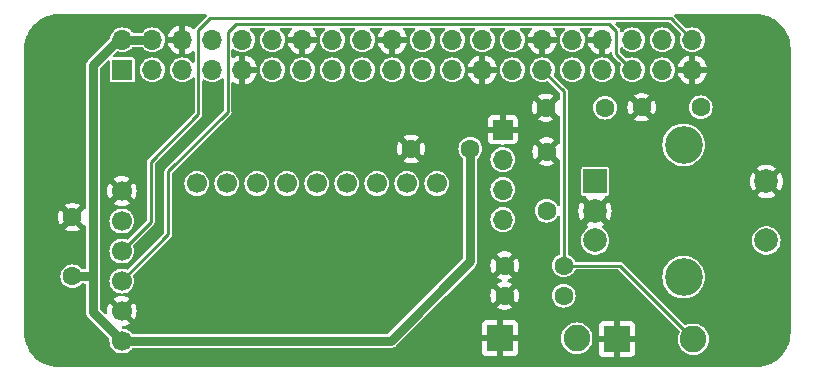
<source format=gbl>
G04 #@! TF.GenerationSoftware,KiCad,Pcbnew,7.0.9*
G04 #@! TF.CreationDate,2023-11-21T09:09:52+00:00*
G04 #@! TF.ProjectId,Rpi-Zero-MiniDexed-IOBoard,5270692d-5a65-4726-9f2d-4d696e694465,rev?*
G04 #@! TF.SameCoordinates,Original*
G04 #@! TF.FileFunction,Copper,L2,Bot*
G04 #@! TF.FilePolarity,Positive*
%FSLAX46Y46*%
G04 Gerber Fmt 4.6, Leading zero omitted, Abs format (unit mm)*
G04 Created by KiCad (PCBNEW 7.0.9) date 2023-11-21 09:09:52*
%MOMM*%
%LPD*%
G01*
G04 APERTURE LIST*
G04 #@! TA.AperFunction,ComponentPad*
%ADD10C,1.600000*%
G04 #@! TD*
G04 #@! TA.AperFunction,ComponentPad*
%ADD11C,1.700000*%
G04 #@! TD*
G04 #@! TA.AperFunction,ComponentPad*
%ADD12R,2.250000X2.250000*%
G04 #@! TD*
G04 #@! TA.AperFunction,ComponentPad*
%ADD13C,2.250000*%
G04 #@! TD*
G04 #@! TA.AperFunction,ComponentPad*
%ADD14R,1.700000X1.700000*%
G04 #@! TD*
G04 #@! TA.AperFunction,ComponentPad*
%ADD15O,1.700000X1.700000*%
G04 #@! TD*
G04 #@! TA.AperFunction,ComponentPad*
%ADD16R,2.000000X2.000000*%
G04 #@! TD*
G04 #@! TA.AperFunction,ComponentPad*
%ADD17C,2.000000*%
G04 #@! TD*
G04 #@! TA.AperFunction,ComponentPad*
%ADD18C,3.200000*%
G04 #@! TD*
G04 #@! TA.AperFunction,Conductor*
%ADD19C,0.800000*%
G04 #@! TD*
G04 #@! TA.AperFunction,Conductor*
%ADD20C,0.254000*%
G04 #@! TD*
G04 APERTURE END LIST*
D10*
X149230000Y-77980000D03*
X144230000Y-77980000D03*
D11*
X108315000Y-85030000D03*
X108315000Y-87570000D03*
X108315000Y-90110000D03*
X108315000Y-92650000D03*
X108315000Y-95190000D03*
X108315000Y-97730000D03*
X134985000Y-84395000D03*
X132445000Y-84395000D03*
X129905000Y-84395000D03*
X127365000Y-84395000D03*
X124825000Y-84395000D03*
X122285000Y-84395000D03*
X119745000Y-84395000D03*
X117205000Y-84395000D03*
X114665000Y-84395000D03*
D12*
X140340000Y-97490000D03*
D13*
X146840000Y-97490000D03*
D12*
X150220000Y-97580000D03*
D13*
X156720000Y-97580000D03*
D10*
X144290000Y-86700000D03*
X144290000Y-81700000D03*
D14*
X140580000Y-79830000D03*
D15*
X140580000Y-82370000D03*
X140580000Y-84910000D03*
X140580000Y-87450000D03*
D10*
X137820000Y-81460000D03*
X132820000Y-81460000D03*
X145740000Y-91340000D03*
X140740000Y-91340000D03*
X104130000Y-92250000D03*
X104130000Y-87250000D03*
D16*
X148390000Y-84220000D03*
D17*
X148390000Y-89220000D03*
X148390000Y-86720000D03*
D18*
X155890000Y-81120000D03*
X155890000Y-92320000D03*
D17*
X162890000Y-89220000D03*
X162890000Y-84220000D03*
D10*
X157330000Y-77940000D03*
X152330000Y-77940000D03*
X145730000Y-93900000D03*
X140730000Y-93900000D03*
D14*
X108370000Y-74770000D03*
D15*
X108370000Y-72230000D03*
X110910000Y-74770000D03*
X110910000Y-72230000D03*
X113450000Y-74770000D03*
X113450000Y-72230000D03*
X115990000Y-74770000D03*
X115990000Y-72230000D03*
X118530000Y-74770000D03*
X118530000Y-72230000D03*
X121070000Y-74770000D03*
X121070000Y-72230000D03*
X123610000Y-74770000D03*
X123610000Y-72230000D03*
X126150000Y-74770000D03*
X126150000Y-72230000D03*
X128690000Y-74770000D03*
X128690000Y-72230000D03*
X131230000Y-74770000D03*
X131230000Y-72230000D03*
X133770000Y-74770000D03*
X133770000Y-72230000D03*
X136310000Y-74770000D03*
X136310000Y-72230000D03*
X138850000Y-74770000D03*
X138850000Y-72230000D03*
X141390000Y-74770000D03*
X141390000Y-72230000D03*
X143930000Y-74770000D03*
X143930000Y-72230000D03*
X146470000Y-74770000D03*
X146470000Y-72230000D03*
X149010000Y-74770000D03*
X149010000Y-72230000D03*
X151550000Y-74770000D03*
X151550000Y-72230000D03*
X154090000Y-74770000D03*
X154090000Y-72230000D03*
X156630000Y-74770000D03*
X156630000Y-72230000D03*
D19*
X137820000Y-90980000D02*
X137820000Y-81460000D01*
X131070000Y-97730000D02*
X137820000Y-90980000D01*
X122920000Y-97730000D02*
X131070000Y-97730000D01*
X108315000Y-97730000D02*
X122920000Y-97730000D01*
D20*
X114813000Y-71407000D02*
X115810000Y-70410000D01*
X115810000Y-70410000D02*
X154810000Y-70410000D01*
X114813000Y-78520000D02*
X114813000Y-71407000D01*
X154810000Y-70410000D02*
X156630000Y-72230000D01*
X110762265Y-82570735D02*
X114813000Y-78520000D01*
X110762265Y-87662735D02*
X110762265Y-82570735D01*
X108315000Y-90110000D02*
X110762265Y-87662735D01*
X143930000Y-74770000D02*
X145740000Y-76580000D01*
X150480000Y-91340000D02*
X156720000Y-97580000D01*
X145740000Y-91340000D02*
X150480000Y-91340000D01*
X145740000Y-76580000D02*
X145740000Y-91340000D01*
X117990000Y-70864000D02*
X149604000Y-70864000D01*
X108315000Y-92650000D02*
X112260000Y-88705000D01*
X117280000Y-78326582D02*
X117280000Y-71574000D01*
X112260000Y-88705000D02*
X112260000Y-83346582D01*
X150187000Y-71447000D02*
X150187000Y-73407000D01*
X117280000Y-71574000D02*
X117990000Y-70864000D01*
X112260000Y-83346582D02*
X117280000Y-78326582D01*
X149604000Y-70864000D02*
X150187000Y-71447000D01*
X150187000Y-73407000D02*
X151550000Y-74770000D01*
D19*
X105840000Y-92250000D02*
X104130000Y-92250000D01*
X105870000Y-95275000D02*
X108325000Y-97730000D01*
X105870000Y-74380000D02*
X105870000Y-79040000D01*
X108020000Y-72230000D02*
X105870000Y-74380000D01*
X110910000Y-72230000D02*
X108370000Y-72230000D01*
X105870000Y-79040000D02*
X105870000Y-92220000D01*
X105870000Y-92220000D02*
X105840000Y-92250000D01*
X105870000Y-92220000D02*
X105870000Y-95275000D01*
G04 #@! TA.AperFunction,Conductor*
G36*
X115474021Y-70070185D02*
G01*
X115519776Y-70122989D01*
X115529720Y-70192147D01*
X115500695Y-70255703D01*
X115494663Y-70262181D01*
X114593451Y-71163393D01*
X114589462Y-71167049D01*
X114558250Y-71193239D01*
X114558248Y-71193241D01*
X114537876Y-71228526D01*
X114534971Y-71233087D01*
X114511604Y-71266459D01*
X114507020Y-71276290D01*
X114504737Y-71275225D01*
X114476426Y-71321662D01*
X114413576Y-71352184D01*
X114344201Y-71343881D01*
X114305346Y-71317579D01*
X114256554Y-71268787D01*
X114077387Y-71143333D01*
X113879159Y-71050898D01*
X113879150Y-71050894D01*
X113700000Y-71002891D01*
X113700000Y-71794498D01*
X113592315Y-71745320D01*
X113485763Y-71730000D01*
X113414237Y-71730000D01*
X113307685Y-71745320D01*
X113200000Y-71794498D01*
X113200000Y-71002892D01*
X113199999Y-71002891D01*
X113020849Y-71050894D01*
X113020840Y-71050898D01*
X112822612Y-71143333D01*
X112822608Y-71143335D01*
X112643450Y-71268783D01*
X112643444Y-71268788D01*
X112488788Y-71423444D01*
X112488783Y-71423450D01*
X112363335Y-71602608D01*
X112363333Y-71602612D01*
X112270898Y-71800840D01*
X112270894Y-71800849D01*
X112222891Y-71979999D01*
X112222892Y-71980000D01*
X113016314Y-71980000D01*
X112990507Y-72020156D01*
X112950000Y-72158111D01*
X112950000Y-72301889D01*
X112990507Y-72439844D01*
X113016314Y-72480000D01*
X112222892Y-72480000D01*
X112270894Y-72659150D01*
X112270898Y-72659159D01*
X112363333Y-72857387D01*
X112488787Y-73036554D01*
X112643445Y-73191212D01*
X112822612Y-73316666D01*
X113020843Y-73409103D01*
X113200000Y-73457106D01*
X113200000Y-72665501D01*
X113307685Y-72714680D01*
X113414237Y-72730000D01*
X113485763Y-72730000D01*
X113592315Y-72714680D01*
X113700000Y-72665501D01*
X113700000Y-73457105D01*
X113879156Y-73409103D01*
X113879157Y-73409103D01*
X114077387Y-73316666D01*
X114256554Y-73191212D01*
X114256557Y-73191209D01*
X114273819Y-73173948D01*
X114335142Y-73140463D01*
X114404834Y-73145447D01*
X114460767Y-73187319D01*
X114485184Y-73252783D01*
X114485500Y-73261629D01*
X114485500Y-74029290D01*
X114465815Y-74096329D01*
X114413011Y-74142084D01*
X114343853Y-74152028D01*
X114280297Y-74123003D01*
X114265647Y-74107955D01*
X114196410Y-74023590D01*
X114196409Y-74023589D01*
X114036450Y-73892315D01*
X113853954Y-73794768D01*
X113655934Y-73734700D01*
X113655932Y-73734699D01*
X113655934Y-73734699D01*
X113450000Y-73714417D01*
X113244067Y-73734699D01*
X113046043Y-73794769D01*
X112975586Y-73832430D01*
X112863550Y-73892315D01*
X112863548Y-73892316D01*
X112863547Y-73892317D01*
X112703589Y-74023589D01*
X112572317Y-74183547D01*
X112474769Y-74366043D01*
X112414699Y-74564067D01*
X112394417Y-74770000D01*
X112414699Y-74975932D01*
X112414700Y-74975934D01*
X112474768Y-75173954D01*
X112572315Y-75356450D01*
X112572317Y-75356452D01*
X112703589Y-75516410D01*
X112782523Y-75581188D01*
X112863550Y-75647685D01*
X113046046Y-75745232D01*
X113244066Y-75805300D01*
X113244065Y-75805300D01*
X113262529Y-75807118D01*
X113450000Y-75825583D01*
X113655934Y-75805300D01*
X113853954Y-75745232D01*
X114036450Y-75647685D01*
X114196410Y-75516410D01*
X114265646Y-75432044D01*
X114323392Y-75392710D01*
X114393236Y-75390839D01*
X114453005Y-75427026D01*
X114483721Y-75489782D01*
X114485500Y-75510709D01*
X114485500Y-78332983D01*
X114465815Y-78400022D01*
X114449181Y-78420664D01*
X110542716Y-82327128D01*
X110538727Y-82330784D01*
X110507515Y-82356974D01*
X110507513Y-82356976D01*
X110487141Y-82392261D01*
X110484236Y-82396822D01*
X110460869Y-82430194D01*
X110458738Y-82434763D01*
X110451490Y-82452263D01*
X110449767Y-82456999D01*
X110442692Y-82497118D01*
X110441521Y-82502397D01*
X110430977Y-82541751D01*
X110434529Y-82582333D01*
X110434765Y-82587740D01*
X110434765Y-87475718D01*
X110415080Y-87542757D01*
X110398446Y-87563399D01*
X108853995Y-89107849D01*
X108792672Y-89141334D01*
X108724800Y-89136480D01*
X108724783Y-89136537D01*
X108724532Y-89136461D01*
X108722980Y-89136350D01*
X108718983Y-89134777D01*
X108718954Y-89134768D01*
X108520934Y-89074700D01*
X108520932Y-89074699D01*
X108520934Y-89074699D01*
X108315000Y-89054417D01*
X108109067Y-89074699D01*
X107911043Y-89134769D01*
X107840586Y-89172430D01*
X107728550Y-89232315D01*
X107728548Y-89232316D01*
X107728547Y-89232317D01*
X107568589Y-89363589D01*
X107437317Y-89523547D01*
X107437315Y-89523550D01*
X107398643Y-89595898D01*
X107339769Y-89706043D01*
X107279699Y-89904067D01*
X107259417Y-90110000D01*
X107279699Y-90315932D01*
X107299018Y-90379617D01*
X107339768Y-90513954D01*
X107437315Y-90696450D01*
X107437317Y-90696452D01*
X107568589Y-90856410D01*
X107665209Y-90935702D01*
X107728550Y-90987685D01*
X107911046Y-91085232D01*
X108109066Y-91145300D01*
X108109065Y-91145300D01*
X108127529Y-91147118D01*
X108315000Y-91165583D01*
X108520934Y-91145300D01*
X108718954Y-91085232D01*
X108901450Y-90987685D01*
X109061410Y-90856410D01*
X109192685Y-90696450D01*
X109290232Y-90513954D01*
X109350300Y-90315934D01*
X109370583Y-90110000D01*
X109350300Y-89904066D01*
X109290232Y-89706046D01*
X109290230Y-89706043D01*
X109288463Y-89700216D01*
X109289597Y-89699871D01*
X109282799Y-89636677D01*
X109314069Y-89574195D01*
X109317120Y-89571032D01*
X110981826Y-87906327D01*
X110985788Y-87902696D01*
X111017015Y-87876495D01*
X111037391Y-87841201D01*
X111040291Y-87836648D01*
X111063659Y-87803278D01*
X111063660Y-87803272D01*
X111065814Y-87798654D01*
X111073020Y-87781259D01*
X111074760Y-87776477D01*
X111074759Y-87776477D01*
X111074762Y-87776474D01*
X111081842Y-87736313D01*
X111082998Y-87731100D01*
X111093551Y-87691720D01*
X111090000Y-87651141D01*
X111089765Y-87645738D01*
X111089765Y-82757751D01*
X111109450Y-82690712D01*
X111126084Y-82670070D01*
X113047038Y-80749116D01*
X115032561Y-78763592D01*
X115036523Y-78759961D01*
X115067750Y-78733760D01*
X115088126Y-78698466D01*
X115091026Y-78693913D01*
X115114394Y-78660543D01*
X115114395Y-78660537D01*
X115116549Y-78655919D01*
X115123755Y-78638524D01*
X115125495Y-78633742D01*
X115125494Y-78633742D01*
X115125497Y-78633739D01*
X115132577Y-78593578D01*
X115133733Y-78588365D01*
X115144286Y-78548985D01*
X115140735Y-78508406D01*
X115140500Y-78503003D01*
X115140500Y-75693982D01*
X115160185Y-75626943D01*
X115212989Y-75581188D01*
X115282147Y-75571244D01*
X115343165Y-75598129D01*
X115403546Y-75647682D01*
X115403550Y-75647685D01*
X115586046Y-75745232D01*
X115784066Y-75805300D01*
X115784065Y-75805300D01*
X115802529Y-75807118D01*
X115990000Y-75825583D01*
X116195934Y-75805300D01*
X116393954Y-75745232D01*
X116576450Y-75647685D01*
X116736410Y-75516410D01*
X116736411Y-75516408D01*
X116736413Y-75516407D01*
X116740718Y-75512103D01*
X116742796Y-75514181D01*
X116789957Y-75481802D01*
X116859794Y-75479674D01*
X116919696Y-75515640D01*
X116950643Y-75578282D01*
X116952500Y-75599660D01*
X116952500Y-78139565D01*
X116932815Y-78206604D01*
X116916181Y-78227246D01*
X112040451Y-83102975D01*
X112036462Y-83106631D01*
X112005250Y-83132821D01*
X112005248Y-83132823D01*
X111984876Y-83168108D01*
X111981971Y-83172669D01*
X111958604Y-83206041D01*
X111956473Y-83210610D01*
X111949225Y-83228110D01*
X111947502Y-83232846D01*
X111940427Y-83272965D01*
X111939256Y-83278244D01*
X111928712Y-83317598D01*
X111932264Y-83358180D01*
X111932500Y-83363587D01*
X111932500Y-88517983D01*
X111912815Y-88585022D01*
X111896181Y-88605664D01*
X108853995Y-91647849D01*
X108792672Y-91681334D01*
X108724800Y-91676480D01*
X108724783Y-91676537D01*
X108724532Y-91676461D01*
X108722980Y-91676350D01*
X108718983Y-91674777D01*
X108718954Y-91674768D01*
X108520934Y-91614700D01*
X108520932Y-91614699D01*
X108520934Y-91614699D01*
X108315000Y-91594417D01*
X108109067Y-91614699D01*
X107911043Y-91674769D01*
X107840586Y-91712430D01*
X107728550Y-91772315D01*
X107728548Y-91772316D01*
X107728547Y-91772317D01*
X107568589Y-91903589D01*
X107445259Y-92053870D01*
X107437315Y-92063550D01*
X107398643Y-92135898D01*
X107339769Y-92246043D01*
X107279699Y-92444067D01*
X107259417Y-92650000D01*
X107279699Y-92855932D01*
X107300041Y-92922989D01*
X107339768Y-93053954D01*
X107437315Y-93236450D01*
X107461215Y-93265572D01*
X107568589Y-93396410D01*
X107651740Y-93464649D01*
X107728550Y-93527685D01*
X107911046Y-93625232D01*
X108109066Y-93685300D01*
X108109065Y-93685300D01*
X108133255Y-93687682D01*
X108222673Y-93696489D01*
X108287459Y-93722650D01*
X108315431Y-93762180D01*
X108333202Y-93730830D01*
X108395049Y-93698323D01*
X108407317Y-93696490D01*
X108520934Y-93685300D01*
X108718954Y-93625232D01*
X108901450Y-93527685D01*
X109061410Y-93396410D01*
X109192685Y-93236450D01*
X109290232Y-93053954D01*
X109350300Y-92855934D01*
X109370583Y-92650000D01*
X109350300Y-92444066D01*
X109290232Y-92246046D01*
X109290230Y-92246043D01*
X109288463Y-92240216D01*
X109289597Y-92239871D01*
X109282799Y-92176677D01*
X109314069Y-92114195D01*
X109317120Y-92111032D01*
X112479561Y-88948592D01*
X112483522Y-88944962D01*
X112514750Y-88918760D01*
X112535119Y-88883477D01*
X112538027Y-88878914D01*
X112561395Y-88845543D01*
X112563545Y-88840931D01*
X112570754Y-88823528D01*
X112572496Y-88818741D01*
X112572496Y-88818740D01*
X112572497Y-88818739D01*
X112579573Y-88778602D01*
X112580735Y-88773360D01*
X112591287Y-88733984D01*
X112587735Y-88693394D01*
X112587500Y-88687991D01*
X112587500Y-84395000D01*
X113609417Y-84395000D01*
X113629699Y-84600932D01*
X113652512Y-84676135D01*
X113689768Y-84798954D01*
X113787315Y-84981450D01*
X113787317Y-84981452D01*
X113918589Y-85141410D01*
X114015209Y-85220702D01*
X114078550Y-85272685D01*
X114261046Y-85370232D01*
X114459066Y-85430300D01*
X114459065Y-85430300D01*
X114477529Y-85432118D01*
X114665000Y-85450583D01*
X114870934Y-85430300D01*
X115068954Y-85370232D01*
X115251450Y-85272685D01*
X115411410Y-85141410D01*
X115542685Y-84981450D01*
X115640232Y-84798954D01*
X115700300Y-84600934D01*
X115720583Y-84395000D01*
X116149417Y-84395000D01*
X116169699Y-84600932D01*
X116192512Y-84676135D01*
X116229768Y-84798954D01*
X116327315Y-84981450D01*
X116327317Y-84981452D01*
X116458589Y-85141410D01*
X116555209Y-85220702D01*
X116618550Y-85272685D01*
X116801046Y-85370232D01*
X116999066Y-85430300D01*
X116999065Y-85430300D01*
X117017529Y-85432118D01*
X117205000Y-85450583D01*
X117410934Y-85430300D01*
X117608954Y-85370232D01*
X117791450Y-85272685D01*
X117951410Y-85141410D01*
X118082685Y-84981450D01*
X118180232Y-84798954D01*
X118240300Y-84600934D01*
X118260583Y-84395000D01*
X118689417Y-84395000D01*
X118709699Y-84600932D01*
X118732512Y-84676135D01*
X118769768Y-84798954D01*
X118867315Y-84981450D01*
X118867317Y-84981452D01*
X118998589Y-85141410D01*
X119095209Y-85220702D01*
X119158550Y-85272685D01*
X119341046Y-85370232D01*
X119539066Y-85430300D01*
X119539065Y-85430300D01*
X119557529Y-85432118D01*
X119745000Y-85450583D01*
X119950934Y-85430300D01*
X120148954Y-85370232D01*
X120331450Y-85272685D01*
X120491410Y-85141410D01*
X120622685Y-84981450D01*
X120720232Y-84798954D01*
X120780300Y-84600934D01*
X120800583Y-84395000D01*
X121229417Y-84395000D01*
X121249699Y-84600932D01*
X121272512Y-84676135D01*
X121309768Y-84798954D01*
X121407315Y-84981450D01*
X121407317Y-84981452D01*
X121538589Y-85141410D01*
X121635209Y-85220702D01*
X121698550Y-85272685D01*
X121881046Y-85370232D01*
X122079066Y-85430300D01*
X122079065Y-85430300D01*
X122097529Y-85432118D01*
X122285000Y-85450583D01*
X122490934Y-85430300D01*
X122688954Y-85370232D01*
X122871450Y-85272685D01*
X123031410Y-85141410D01*
X123162685Y-84981450D01*
X123260232Y-84798954D01*
X123320300Y-84600934D01*
X123340583Y-84395000D01*
X123769417Y-84395000D01*
X123789699Y-84600932D01*
X123812512Y-84676135D01*
X123849768Y-84798954D01*
X123947315Y-84981450D01*
X123947317Y-84981452D01*
X124078589Y-85141410D01*
X124175209Y-85220702D01*
X124238550Y-85272685D01*
X124421046Y-85370232D01*
X124619066Y-85430300D01*
X124619065Y-85430300D01*
X124637529Y-85432118D01*
X124825000Y-85450583D01*
X125030934Y-85430300D01*
X125228954Y-85370232D01*
X125411450Y-85272685D01*
X125571410Y-85141410D01*
X125702685Y-84981450D01*
X125800232Y-84798954D01*
X125860300Y-84600934D01*
X125880583Y-84395000D01*
X126309417Y-84395000D01*
X126329699Y-84600932D01*
X126352512Y-84676135D01*
X126389768Y-84798954D01*
X126487315Y-84981450D01*
X126487317Y-84981452D01*
X126618589Y-85141410D01*
X126715209Y-85220702D01*
X126778550Y-85272685D01*
X126961046Y-85370232D01*
X127159066Y-85430300D01*
X127159065Y-85430300D01*
X127177529Y-85432118D01*
X127365000Y-85450583D01*
X127570934Y-85430300D01*
X127768954Y-85370232D01*
X127951450Y-85272685D01*
X128111410Y-85141410D01*
X128242685Y-84981450D01*
X128340232Y-84798954D01*
X128400300Y-84600934D01*
X128420583Y-84395000D01*
X128849417Y-84395000D01*
X128869699Y-84600932D01*
X128892512Y-84676135D01*
X128929768Y-84798954D01*
X129027315Y-84981450D01*
X129027317Y-84981452D01*
X129158589Y-85141410D01*
X129255209Y-85220702D01*
X129318550Y-85272685D01*
X129501046Y-85370232D01*
X129699066Y-85430300D01*
X129699065Y-85430300D01*
X129717529Y-85432118D01*
X129905000Y-85450583D01*
X130110934Y-85430300D01*
X130308954Y-85370232D01*
X130491450Y-85272685D01*
X130651410Y-85141410D01*
X130782685Y-84981450D01*
X130880232Y-84798954D01*
X130940300Y-84600934D01*
X130960583Y-84395000D01*
X131389417Y-84395000D01*
X131409699Y-84600932D01*
X131432512Y-84676135D01*
X131469768Y-84798954D01*
X131567315Y-84981450D01*
X131567317Y-84981452D01*
X131698589Y-85141410D01*
X131795209Y-85220702D01*
X131858550Y-85272685D01*
X132041046Y-85370232D01*
X132239066Y-85430300D01*
X132239065Y-85430300D01*
X132257529Y-85432118D01*
X132445000Y-85450583D01*
X132650934Y-85430300D01*
X132848954Y-85370232D01*
X133031450Y-85272685D01*
X133191410Y-85141410D01*
X133322685Y-84981450D01*
X133420232Y-84798954D01*
X133480300Y-84600934D01*
X133500583Y-84395000D01*
X133929417Y-84395000D01*
X133949699Y-84600932D01*
X133972512Y-84676135D01*
X134009768Y-84798954D01*
X134107315Y-84981450D01*
X134107317Y-84981452D01*
X134238589Y-85141410D01*
X134335209Y-85220702D01*
X134398550Y-85272685D01*
X134581046Y-85370232D01*
X134779066Y-85430300D01*
X134779065Y-85430300D01*
X134797529Y-85432118D01*
X134985000Y-85450583D01*
X135190934Y-85430300D01*
X135388954Y-85370232D01*
X135571450Y-85272685D01*
X135731410Y-85141410D01*
X135862685Y-84981450D01*
X135960232Y-84798954D01*
X136020300Y-84600934D01*
X136040583Y-84395000D01*
X136020300Y-84189066D01*
X135960232Y-83991046D01*
X135862685Y-83808550D01*
X135802587Y-83735320D01*
X135731410Y-83648589D01*
X135571452Y-83517317D01*
X135571453Y-83517317D01*
X135571450Y-83517315D01*
X135388954Y-83419768D01*
X135190934Y-83359700D01*
X135190932Y-83359699D01*
X135190934Y-83359699D01*
X134985000Y-83339417D01*
X134779067Y-83359699D01*
X134581043Y-83419769D01*
X134493507Y-83466559D01*
X134398550Y-83517315D01*
X134398548Y-83517316D01*
X134398547Y-83517317D01*
X134238589Y-83648589D01*
X134107317Y-83808547D01*
X134107315Y-83808550D01*
X134076368Y-83866447D01*
X134009769Y-83991043D01*
X133949699Y-84189067D01*
X133929417Y-84395000D01*
X133500583Y-84395000D01*
X133480300Y-84189066D01*
X133420232Y-83991046D01*
X133322685Y-83808550D01*
X133262587Y-83735320D01*
X133191410Y-83648589D01*
X133031452Y-83517317D01*
X133031453Y-83517317D01*
X133031450Y-83517315D01*
X132848954Y-83419768D01*
X132650934Y-83359700D01*
X132650932Y-83359699D01*
X132650934Y-83359699D01*
X132445000Y-83339417D01*
X132239067Y-83359699D01*
X132041043Y-83419769D01*
X131953507Y-83466559D01*
X131858550Y-83517315D01*
X131858548Y-83517316D01*
X131858547Y-83517317D01*
X131698589Y-83648589D01*
X131567317Y-83808547D01*
X131567315Y-83808550D01*
X131536368Y-83866447D01*
X131469769Y-83991043D01*
X131409699Y-84189067D01*
X131389417Y-84395000D01*
X130960583Y-84395000D01*
X130940300Y-84189066D01*
X130880232Y-83991046D01*
X130782685Y-83808550D01*
X130722587Y-83735320D01*
X130651410Y-83648589D01*
X130491452Y-83517317D01*
X130491453Y-83517317D01*
X130491450Y-83517315D01*
X130308954Y-83419768D01*
X130110934Y-83359700D01*
X130110932Y-83359699D01*
X130110934Y-83359699D01*
X129905000Y-83339417D01*
X129699067Y-83359699D01*
X129501043Y-83419769D01*
X129413507Y-83466559D01*
X129318550Y-83517315D01*
X129318548Y-83517316D01*
X129318547Y-83517317D01*
X129158589Y-83648589D01*
X129027317Y-83808547D01*
X129027315Y-83808550D01*
X128996368Y-83866447D01*
X128929769Y-83991043D01*
X128869699Y-84189067D01*
X128849417Y-84395000D01*
X128420583Y-84395000D01*
X128400300Y-84189066D01*
X128340232Y-83991046D01*
X128242685Y-83808550D01*
X128182587Y-83735320D01*
X128111410Y-83648589D01*
X127951452Y-83517317D01*
X127951453Y-83517317D01*
X127951450Y-83517315D01*
X127768954Y-83419768D01*
X127570934Y-83359700D01*
X127570932Y-83359699D01*
X127570934Y-83359699D01*
X127365000Y-83339417D01*
X127159067Y-83359699D01*
X126961043Y-83419769D01*
X126873507Y-83466559D01*
X126778550Y-83517315D01*
X126778548Y-83517316D01*
X126778547Y-83517317D01*
X126618589Y-83648589D01*
X126487317Y-83808547D01*
X126487315Y-83808550D01*
X126456368Y-83866447D01*
X126389769Y-83991043D01*
X126329699Y-84189067D01*
X126309417Y-84395000D01*
X125880583Y-84395000D01*
X125860300Y-84189066D01*
X125800232Y-83991046D01*
X125702685Y-83808550D01*
X125642587Y-83735320D01*
X125571410Y-83648589D01*
X125411452Y-83517317D01*
X125411453Y-83517317D01*
X125411450Y-83517315D01*
X125228954Y-83419768D01*
X125030934Y-83359700D01*
X125030932Y-83359699D01*
X125030934Y-83359699D01*
X124825000Y-83339417D01*
X124619067Y-83359699D01*
X124421043Y-83419769D01*
X124333507Y-83466559D01*
X124238550Y-83517315D01*
X124238548Y-83517316D01*
X124238547Y-83517317D01*
X124078589Y-83648589D01*
X123947317Y-83808547D01*
X123947315Y-83808550D01*
X123916368Y-83866447D01*
X123849769Y-83991043D01*
X123789699Y-84189067D01*
X123769417Y-84395000D01*
X123340583Y-84395000D01*
X123320300Y-84189066D01*
X123260232Y-83991046D01*
X123162685Y-83808550D01*
X123102587Y-83735320D01*
X123031410Y-83648589D01*
X122871452Y-83517317D01*
X122871453Y-83517317D01*
X122871450Y-83517315D01*
X122688954Y-83419768D01*
X122490934Y-83359700D01*
X122490932Y-83359699D01*
X122490934Y-83359699D01*
X122285000Y-83339417D01*
X122079067Y-83359699D01*
X121881043Y-83419769D01*
X121793507Y-83466559D01*
X121698550Y-83517315D01*
X121698548Y-83517316D01*
X121698547Y-83517317D01*
X121538589Y-83648589D01*
X121407317Y-83808547D01*
X121407315Y-83808550D01*
X121376368Y-83866447D01*
X121309769Y-83991043D01*
X121249699Y-84189067D01*
X121229417Y-84395000D01*
X120800583Y-84395000D01*
X120780300Y-84189066D01*
X120720232Y-83991046D01*
X120622685Y-83808550D01*
X120562587Y-83735320D01*
X120491410Y-83648589D01*
X120331452Y-83517317D01*
X120331453Y-83517317D01*
X120331450Y-83517315D01*
X120148954Y-83419768D01*
X119950934Y-83359700D01*
X119950932Y-83359699D01*
X119950934Y-83359699D01*
X119745000Y-83339417D01*
X119539067Y-83359699D01*
X119341043Y-83419769D01*
X119253507Y-83466559D01*
X119158550Y-83517315D01*
X119158548Y-83517316D01*
X119158547Y-83517317D01*
X118998589Y-83648589D01*
X118867317Y-83808547D01*
X118867315Y-83808550D01*
X118836368Y-83866447D01*
X118769769Y-83991043D01*
X118709699Y-84189067D01*
X118689417Y-84395000D01*
X118260583Y-84395000D01*
X118240300Y-84189066D01*
X118180232Y-83991046D01*
X118082685Y-83808550D01*
X118022587Y-83735320D01*
X117951410Y-83648589D01*
X117791452Y-83517317D01*
X117791453Y-83517317D01*
X117791450Y-83517315D01*
X117608954Y-83419768D01*
X117410934Y-83359700D01*
X117410932Y-83359699D01*
X117410934Y-83359699D01*
X117205000Y-83339417D01*
X116999067Y-83359699D01*
X116801043Y-83419769D01*
X116713507Y-83466559D01*
X116618550Y-83517315D01*
X116618548Y-83517316D01*
X116618547Y-83517317D01*
X116458589Y-83648589D01*
X116327317Y-83808547D01*
X116327315Y-83808550D01*
X116296368Y-83866447D01*
X116229769Y-83991043D01*
X116169699Y-84189067D01*
X116149417Y-84395000D01*
X115720583Y-84395000D01*
X115700300Y-84189066D01*
X115640232Y-83991046D01*
X115542685Y-83808550D01*
X115482587Y-83735320D01*
X115411410Y-83648589D01*
X115251452Y-83517317D01*
X115251453Y-83517317D01*
X115251450Y-83517315D01*
X115068954Y-83419768D01*
X114870934Y-83359700D01*
X114870932Y-83359699D01*
X114870934Y-83359699D01*
X114665000Y-83339417D01*
X114459067Y-83359699D01*
X114261043Y-83419769D01*
X114173507Y-83466559D01*
X114078550Y-83517315D01*
X114078548Y-83517316D01*
X114078547Y-83517317D01*
X113918589Y-83648589D01*
X113787317Y-83808547D01*
X113787315Y-83808550D01*
X113756368Y-83866447D01*
X113689769Y-83991043D01*
X113629699Y-84189067D01*
X113609417Y-84395000D01*
X112587500Y-84395000D01*
X112587500Y-83533598D01*
X112607185Y-83466559D01*
X112623819Y-83445917D01*
X114609736Y-81460000D01*
X131614859Y-81460000D01*
X131635378Y-81681439D01*
X131696240Y-81895350D01*
X131795369Y-82094428D01*
X131811137Y-82115308D01*
X131811138Y-82115308D01*
X132422046Y-81504400D01*
X132434835Y-81585148D01*
X132492359Y-81698045D01*
X132581955Y-81787641D01*
X132694852Y-81845165D01*
X132775599Y-81857953D01*
X132166672Y-82466879D01*
X132166672Y-82466880D01*
X132282821Y-82538797D01*
X132282822Y-82538798D01*
X132490195Y-82619134D01*
X132708807Y-82660000D01*
X132931193Y-82660000D01*
X133149809Y-82619133D01*
X133357168Y-82538801D01*
X133357181Y-82538795D01*
X133473326Y-82466879D01*
X132864401Y-81857953D01*
X132945148Y-81845165D01*
X133058045Y-81787641D01*
X133147641Y-81698045D01*
X133205165Y-81585148D01*
X133217953Y-81504400D01*
X133828861Y-82115308D01*
X133844631Y-82094425D01*
X133844633Y-82094422D01*
X133943759Y-81895350D01*
X134004621Y-81681439D01*
X134025141Y-81460000D01*
X134025141Y-81459999D01*
X134004621Y-81238560D01*
X133943759Y-81024649D01*
X133844635Y-80825580D01*
X133844630Y-80825572D01*
X133828860Y-80804690D01*
X133217953Y-81415598D01*
X133205165Y-81334852D01*
X133147641Y-81221955D01*
X133058045Y-81132359D01*
X132945148Y-81074835D01*
X132864401Y-81062046D01*
X133473327Y-80453119D01*
X133357178Y-80381202D01*
X133357177Y-80381201D01*
X133149804Y-80300865D01*
X132931193Y-80260000D01*
X132708807Y-80260000D01*
X132490195Y-80300865D01*
X132282824Y-80381200D01*
X132282823Y-80381201D01*
X132166671Y-80453119D01*
X132775599Y-81062046D01*
X132694852Y-81074835D01*
X132581955Y-81132359D01*
X132492359Y-81221955D01*
X132434835Y-81334852D01*
X132422046Y-81415599D01*
X131811138Y-80804691D01*
X131811137Y-80804691D01*
X131795368Y-80825574D01*
X131696240Y-81024649D01*
X131635378Y-81238560D01*
X131614859Y-81459999D01*
X131614859Y-81460000D01*
X114609736Y-81460000D01*
X115045087Y-81024649D01*
X116489735Y-79580000D01*
X139330000Y-79580000D01*
X140146314Y-79580000D01*
X140120507Y-79620156D01*
X140080000Y-79758111D01*
X140080000Y-79901889D01*
X140120507Y-80039844D01*
X140146314Y-80080000D01*
X139330001Y-80080000D01*
X139330001Y-80711479D01*
X139344835Y-80805149D01*
X139344837Y-80805155D01*
X139402356Y-80918041D01*
X139402363Y-80918050D01*
X139491949Y-81007636D01*
X139491953Y-81007639D01*
X139604855Y-81065166D01*
X139698514Y-81079999D01*
X140436002Y-81079999D01*
X140503041Y-81099683D01*
X140548796Y-81152487D01*
X140558740Y-81221646D01*
X140529715Y-81285202D01*
X140470937Y-81322976D01*
X140448157Y-81327402D01*
X140374067Y-81334699D01*
X140176043Y-81394769D01*
X140065898Y-81453643D01*
X139993550Y-81492315D01*
X139993548Y-81492316D01*
X139993547Y-81492317D01*
X139833589Y-81623589D01*
X139702317Y-81783547D01*
X139702315Y-81783550D01*
X139686278Y-81813553D01*
X139604769Y-81966043D01*
X139544699Y-82164067D01*
X139524417Y-82370000D01*
X139544699Y-82575932D01*
X139574734Y-82674944D01*
X139604768Y-82773954D01*
X139702315Y-82956450D01*
X139702317Y-82956452D01*
X139833589Y-83116410D01*
X139899442Y-83170453D01*
X139993550Y-83247685D01*
X140176046Y-83345232D01*
X140374066Y-83405300D01*
X140374065Y-83405300D01*
X140392529Y-83407118D01*
X140580000Y-83425583D01*
X140785934Y-83405300D01*
X140983954Y-83345232D01*
X141166450Y-83247685D01*
X141326410Y-83116410D01*
X141457685Y-82956450D01*
X141555232Y-82773954D01*
X141615300Y-82575934D01*
X141635583Y-82370000D01*
X141615300Y-82164066D01*
X141555232Y-81966046D01*
X141457685Y-81783550D01*
X141373885Y-81681439D01*
X141326410Y-81623589D01*
X141166452Y-81492317D01*
X141166453Y-81492317D01*
X141166450Y-81492315D01*
X140983954Y-81394768D01*
X140884944Y-81364734D01*
X140785932Y-81334699D01*
X140711841Y-81327402D01*
X140647054Y-81301241D01*
X140606696Y-81244206D01*
X140603579Y-81174406D01*
X140638694Y-81114001D01*
X140700892Y-81082170D01*
X140723996Y-81079999D01*
X141461479Y-81079999D01*
X141555149Y-81065164D01*
X141555155Y-81065162D01*
X141668041Y-81007643D01*
X141668050Y-81007636D01*
X141757636Y-80918050D01*
X141757639Y-80918046D01*
X141815166Y-80805144D01*
X141830000Y-80711486D01*
X141830000Y-80080000D01*
X141013686Y-80080000D01*
X141039493Y-80039844D01*
X141080000Y-79901889D01*
X141080000Y-79758111D01*
X141039493Y-79620156D01*
X141013686Y-79580000D01*
X141829999Y-79580000D01*
X141829999Y-78948520D01*
X141815164Y-78854850D01*
X141815162Y-78854844D01*
X141757643Y-78741958D01*
X141757636Y-78741949D01*
X141668050Y-78652363D01*
X141668046Y-78652360D01*
X141555144Y-78594833D01*
X141461486Y-78580000D01*
X140830000Y-78580000D01*
X140830000Y-79394498D01*
X140722315Y-79345320D01*
X140615763Y-79330000D01*
X140544237Y-79330000D01*
X140437685Y-79345320D01*
X140330000Y-79394498D01*
X140330000Y-78580000D01*
X139698520Y-78580000D01*
X139604850Y-78594835D01*
X139604844Y-78594837D01*
X139491958Y-78652356D01*
X139491949Y-78652363D01*
X139402363Y-78741949D01*
X139402360Y-78741953D01*
X139344833Y-78854855D01*
X139330000Y-78948513D01*
X139330000Y-79580000D01*
X116489735Y-79580000D01*
X117499561Y-78570174D01*
X117503523Y-78566543D01*
X117534750Y-78540342D01*
X117555126Y-78505048D01*
X117558026Y-78500495D01*
X117581394Y-78467125D01*
X117581395Y-78467119D01*
X117583549Y-78462501D01*
X117590752Y-78445113D01*
X117592493Y-78440326D01*
X117592497Y-78440321D01*
X117599576Y-78400168D01*
X117600732Y-78394950D01*
X117611287Y-78355566D01*
X117607735Y-78314980D01*
X117607500Y-78309577D01*
X117607500Y-75888228D01*
X117627185Y-75821189D01*
X117679989Y-75775434D01*
X117749147Y-75765490D01*
X117802624Y-75786654D01*
X117902605Y-75856662D01*
X117902611Y-75856666D01*
X118100843Y-75949103D01*
X118280000Y-75997106D01*
X118280000Y-75205501D01*
X118387685Y-75254680D01*
X118494237Y-75270000D01*
X118565763Y-75270000D01*
X118672315Y-75254680D01*
X118780000Y-75205501D01*
X118780000Y-75997105D01*
X118959156Y-75949103D01*
X118959157Y-75949103D01*
X119157387Y-75856666D01*
X119336554Y-75731212D01*
X119491212Y-75576554D01*
X119616666Y-75397387D01*
X119709101Y-75199159D01*
X119709105Y-75199150D01*
X119757108Y-75020000D01*
X118963686Y-75020000D01*
X118989493Y-74979844D01*
X119030000Y-74841889D01*
X119030000Y-74770000D01*
X120014417Y-74770000D01*
X120034699Y-74975932D01*
X120034700Y-74975934D01*
X120094768Y-75173954D01*
X120192315Y-75356450D01*
X120192317Y-75356452D01*
X120323589Y-75516410D01*
X120402523Y-75581188D01*
X120483550Y-75647685D01*
X120666046Y-75745232D01*
X120864066Y-75805300D01*
X120864065Y-75805300D01*
X120882529Y-75807118D01*
X121070000Y-75825583D01*
X121275934Y-75805300D01*
X121473954Y-75745232D01*
X121656450Y-75647685D01*
X121816410Y-75516410D01*
X121947685Y-75356450D01*
X122045232Y-75173954D01*
X122105300Y-74975934D01*
X122125583Y-74770000D01*
X122554417Y-74770000D01*
X122574699Y-74975932D01*
X122574700Y-74975934D01*
X122634768Y-75173954D01*
X122732315Y-75356450D01*
X122732317Y-75356452D01*
X122863589Y-75516410D01*
X122942523Y-75581188D01*
X123023550Y-75647685D01*
X123206046Y-75745232D01*
X123404066Y-75805300D01*
X123404065Y-75805300D01*
X123422529Y-75807118D01*
X123610000Y-75825583D01*
X123815934Y-75805300D01*
X124013954Y-75745232D01*
X124196450Y-75647685D01*
X124356410Y-75516410D01*
X124487685Y-75356450D01*
X124585232Y-75173954D01*
X124645300Y-74975934D01*
X124665583Y-74770000D01*
X125094417Y-74770000D01*
X125114699Y-74975932D01*
X125114700Y-74975934D01*
X125174768Y-75173954D01*
X125272315Y-75356450D01*
X125272317Y-75356452D01*
X125403589Y-75516410D01*
X125482523Y-75581188D01*
X125563550Y-75647685D01*
X125746046Y-75745232D01*
X125944066Y-75805300D01*
X125944065Y-75805300D01*
X125962529Y-75807118D01*
X126150000Y-75825583D01*
X126355934Y-75805300D01*
X126553954Y-75745232D01*
X126736450Y-75647685D01*
X126896410Y-75516410D01*
X127027685Y-75356450D01*
X127125232Y-75173954D01*
X127185300Y-74975934D01*
X127205583Y-74770000D01*
X127634417Y-74770000D01*
X127654699Y-74975932D01*
X127654700Y-74975934D01*
X127714768Y-75173954D01*
X127812315Y-75356450D01*
X127812317Y-75356452D01*
X127943589Y-75516410D01*
X128022523Y-75581188D01*
X128103550Y-75647685D01*
X128286046Y-75745232D01*
X128484066Y-75805300D01*
X128484065Y-75805300D01*
X128502529Y-75807118D01*
X128690000Y-75825583D01*
X128895934Y-75805300D01*
X129093954Y-75745232D01*
X129276450Y-75647685D01*
X129436410Y-75516410D01*
X129567685Y-75356450D01*
X129665232Y-75173954D01*
X129725300Y-74975934D01*
X129745583Y-74770000D01*
X130174417Y-74770000D01*
X130194699Y-74975932D01*
X130194700Y-74975934D01*
X130254768Y-75173954D01*
X130352315Y-75356450D01*
X130352317Y-75356452D01*
X130483589Y-75516410D01*
X130562523Y-75581188D01*
X130643550Y-75647685D01*
X130826046Y-75745232D01*
X131024066Y-75805300D01*
X131024065Y-75805300D01*
X131042529Y-75807118D01*
X131230000Y-75825583D01*
X131435934Y-75805300D01*
X131633954Y-75745232D01*
X131816450Y-75647685D01*
X131976410Y-75516410D01*
X132107685Y-75356450D01*
X132205232Y-75173954D01*
X132265300Y-74975934D01*
X132285583Y-74770000D01*
X132714417Y-74770000D01*
X132734699Y-74975932D01*
X132734700Y-74975934D01*
X132794768Y-75173954D01*
X132892315Y-75356450D01*
X132892317Y-75356452D01*
X133023589Y-75516410D01*
X133102523Y-75581188D01*
X133183550Y-75647685D01*
X133366046Y-75745232D01*
X133564066Y-75805300D01*
X133564065Y-75805300D01*
X133582529Y-75807118D01*
X133770000Y-75825583D01*
X133975934Y-75805300D01*
X134173954Y-75745232D01*
X134356450Y-75647685D01*
X134516410Y-75516410D01*
X134647685Y-75356450D01*
X134745232Y-75173954D01*
X134805300Y-74975934D01*
X134825583Y-74770000D01*
X135254417Y-74770000D01*
X135274699Y-74975932D01*
X135274700Y-74975934D01*
X135334768Y-75173954D01*
X135432315Y-75356450D01*
X135432317Y-75356452D01*
X135563589Y-75516410D01*
X135642523Y-75581188D01*
X135723550Y-75647685D01*
X135906046Y-75745232D01*
X136104066Y-75805300D01*
X136104065Y-75805300D01*
X136122529Y-75807118D01*
X136310000Y-75825583D01*
X136515934Y-75805300D01*
X136713954Y-75745232D01*
X136896450Y-75647685D01*
X137056410Y-75516410D01*
X137187685Y-75356450D01*
X137285232Y-75173954D01*
X137345300Y-74975934D01*
X137365583Y-74770000D01*
X137345300Y-74564066D01*
X137331933Y-74519999D01*
X137622891Y-74519999D01*
X137622892Y-74520000D01*
X138416314Y-74520000D01*
X138390507Y-74560156D01*
X138350000Y-74698111D01*
X138350000Y-74841889D01*
X138390507Y-74979844D01*
X138416314Y-75020000D01*
X137622892Y-75020000D01*
X137670894Y-75199150D01*
X137670898Y-75199159D01*
X137763333Y-75397387D01*
X137888787Y-75576554D01*
X138043445Y-75731212D01*
X138222612Y-75856666D01*
X138420843Y-75949103D01*
X138600000Y-75997106D01*
X138600000Y-75205501D01*
X138707685Y-75254680D01*
X138814237Y-75270000D01*
X138885763Y-75270000D01*
X138992315Y-75254680D01*
X139100000Y-75205501D01*
X139100000Y-75997105D01*
X139279156Y-75949103D01*
X139279157Y-75949103D01*
X139477387Y-75856666D01*
X139656554Y-75731212D01*
X139811212Y-75576554D01*
X139936666Y-75397387D01*
X140029101Y-75199159D01*
X140029105Y-75199150D01*
X140077108Y-75020000D01*
X139283686Y-75020000D01*
X139309493Y-74979844D01*
X139350000Y-74841889D01*
X139350000Y-74770000D01*
X140334417Y-74770000D01*
X140354699Y-74975932D01*
X140354700Y-74975934D01*
X140414768Y-75173954D01*
X140512315Y-75356450D01*
X140512317Y-75356452D01*
X140643589Y-75516410D01*
X140722523Y-75581188D01*
X140803550Y-75647685D01*
X140986046Y-75745232D01*
X141184066Y-75805300D01*
X141184065Y-75805300D01*
X141202529Y-75807118D01*
X141390000Y-75825583D01*
X141595934Y-75805300D01*
X141793954Y-75745232D01*
X141976450Y-75647685D01*
X142136410Y-75516410D01*
X142267685Y-75356450D01*
X142365232Y-75173954D01*
X142425300Y-74975934D01*
X142445583Y-74770000D01*
X142874417Y-74770000D01*
X142894699Y-74975932D01*
X142894700Y-74975934D01*
X142954768Y-75173954D01*
X143052315Y-75356450D01*
X143052317Y-75356452D01*
X143183589Y-75516410D01*
X143262523Y-75581188D01*
X143343550Y-75647685D01*
X143526046Y-75745232D01*
X143724066Y-75805300D01*
X143724065Y-75805300D01*
X143742529Y-75807118D01*
X143930000Y-75825583D01*
X144135934Y-75805300D01*
X144333954Y-75745232D01*
X144333956Y-75745230D01*
X144339784Y-75743463D01*
X144340127Y-75744595D01*
X144403333Y-75737802D01*
X144465812Y-75769077D01*
X144468996Y-75772150D01*
X145376181Y-76679335D01*
X145409666Y-76740658D01*
X145412500Y-76767016D01*
X145412500Y-77203838D01*
X145392815Y-77270877D01*
X145340011Y-77316632D01*
X145279914Y-77327540D01*
X145238860Y-77324690D01*
X144627953Y-77935598D01*
X144615165Y-77854852D01*
X144557641Y-77741955D01*
X144468045Y-77652359D01*
X144355148Y-77594835D01*
X144274401Y-77582046D01*
X144883327Y-76973119D01*
X144767178Y-76901202D01*
X144767177Y-76901201D01*
X144559804Y-76820865D01*
X144341193Y-76780000D01*
X144118807Y-76780000D01*
X143900195Y-76820865D01*
X143692824Y-76901200D01*
X143692823Y-76901201D01*
X143576671Y-76973119D01*
X144185599Y-77582046D01*
X144104852Y-77594835D01*
X143991955Y-77652359D01*
X143902359Y-77741955D01*
X143844835Y-77854852D01*
X143832046Y-77935599D01*
X143221138Y-77324691D01*
X143221137Y-77324691D01*
X143205368Y-77345574D01*
X143106240Y-77544649D01*
X143045378Y-77758560D01*
X143024859Y-77979999D01*
X143024859Y-77980000D01*
X143045378Y-78201439D01*
X143106240Y-78415350D01*
X143205369Y-78614428D01*
X143221137Y-78635308D01*
X143221138Y-78635308D01*
X143832046Y-78024400D01*
X143844835Y-78105148D01*
X143902359Y-78218045D01*
X143991955Y-78307641D01*
X144104852Y-78365165D01*
X144185599Y-78377953D01*
X143576672Y-78986879D01*
X143576672Y-78986880D01*
X143692821Y-79058797D01*
X143692822Y-79058798D01*
X143900195Y-79139134D01*
X144118807Y-79180000D01*
X144341193Y-79180000D01*
X144559809Y-79139133D01*
X144767168Y-79058801D01*
X144767181Y-79058795D01*
X144883326Y-78986879D01*
X144274401Y-78377953D01*
X144355148Y-78365165D01*
X144468045Y-78307641D01*
X144557641Y-78218045D01*
X144615165Y-78105148D01*
X144627953Y-78024400D01*
X145238861Y-78635308D01*
X145279915Y-78632459D01*
X145348156Y-78647454D01*
X145397457Y-78696964D01*
X145412500Y-78756161D01*
X145412500Y-80919673D01*
X145392815Y-80986712D01*
X145340011Y-81032467D01*
X145304669Y-81038881D01*
X144687953Y-81655598D01*
X144675165Y-81574852D01*
X144617641Y-81461955D01*
X144528045Y-81372359D01*
X144415148Y-81314835D01*
X144334401Y-81302046D01*
X144943327Y-80693119D01*
X144827178Y-80621202D01*
X144827177Y-80621201D01*
X144619804Y-80540865D01*
X144401193Y-80500000D01*
X144178807Y-80500000D01*
X143960195Y-80540865D01*
X143752824Y-80621200D01*
X143752823Y-80621201D01*
X143636671Y-80693119D01*
X144245599Y-81302046D01*
X144164852Y-81314835D01*
X144051955Y-81372359D01*
X143962359Y-81461955D01*
X143904835Y-81574852D01*
X143892046Y-81655599D01*
X143281138Y-81044691D01*
X143281137Y-81044691D01*
X143265368Y-81065574D01*
X143166240Y-81264649D01*
X143105378Y-81478560D01*
X143084859Y-81699999D01*
X143084859Y-81700000D01*
X143105378Y-81921439D01*
X143166240Y-82135350D01*
X143265369Y-82334428D01*
X143281137Y-82355308D01*
X143281138Y-82355308D01*
X143892046Y-81744400D01*
X143904835Y-81825148D01*
X143962359Y-81938045D01*
X144051955Y-82027641D01*
X144164852Y-82085165D01*
X144245599Y-82097953D01*
X143636672Y-82706879D01*
X143636672Y-82706880D01*
X143752821Y-82778797D01*
X143752822Y-82778798D01*
X143960195Y-82859134D01*
X144178807Y-82900000D01*
X144401193Y-82900000D01*
X144619809Y-82859133D01*
X144827168Y-82778801D01*
X144827181Y-82778795D01*
X144943326Y-82706879D01*
X144334401Y-82097953D01*
X144415148Y-82085165D01*
X144528045Y-82027641D01*
X144617641Y-81938045D01*
X144675165Y-81825148D01*
X144687953Y-81744400D01*
X145305882Y-82362329D01*
X145348156Y-82371618D01*
X145397457Y-82421127D01*
X145412500Y-82480325D01*
X145412500Y-86182597D01*
X145392815Y-86249636D01*
X145340011Y-86295391D01*
X145270853Y-86305335D01*
X145207297Y-86276310D01*
X145179142Y-86241050D01*
X145125914Y-86141467D01*
X145125909Y-86141460D01*
X145000883Y-85989116D01*
X144848539Y-85864090D01*
X144848532Y-85864086D01*
X144674733Y-85771188D01*
X144674727Y-85771186D01*
X144548997Y-85733046D01*
X144486129Y-85713975D01*
X144290000Y-85694659D01*
X144093870Y-85713975D01*
X143905266Y-85771188D01*
X143731467Y-85864086D01*
X143731460Y-85864090D01*
X143579116Y-85989116D01*
X143454090Y-86141460D01*
X143454086Y-86141467D01*
X143361188Y-86315266D01*
X143303975Y-86503870D01*
X143284659Y-86700000D01*
X143303975Y-86896129D01*
X143311932Y-86922359D01*
X143357796Y-87073553D01*
X143361188Y-87084733D01*
X143454086Y-87258532D01*
X143454090Y-87258539D01*
X143579116Y-87410883D01*
X143731460Y-87535909D01*
X143731467Y-87535913D01*
X143905266Y-87628811D01*
X143905269Y-87628811D01*
X143905273Y-87628814D01*
X144093868Y-87686024D01*
X144290000Y-87705341D01*
X144486132Y-87686024D01*
X144674727Y-87628814D01*
X144848538Y-87535910D01*
X145000883Y-87410883D01*
X145125910Y-87258538D01*
X145154698Y-87204680D01*
X145179142Y-87158949D01*
X145228104Y-87109105D01*
X145296242Y-87093644D01*
X145361921Y-87117475D01*
X145404290Y-87173033D01*
X145412500Y-87217402D01*
X145412500Y-90306274D01*
X145392815Y-90373313D01*
X145346953Y-90415632D01*
X145181467Y-90504085D01*
X145181460Y-90504090D01*
X145029116Y-90629116D01*
X144904090Y-90781460D01*
X144904086Y-90781467D01*
X144811188Y-90955266D01*
X144753975Y-91143870D01*
X144734659Y-91340000D01*
X144753975Y-91536129D01*
X144754119Y-91536603D01*
X144801729Y-91693553D01*
X144811188Y-91724733D01*
X144904086Y-91898532D01*
X144904090Y-91898539D01*
X145029116Y-92050883D01*
X145181460Y-92175909D01*
X145181467Y-92175913D01*
X145355266Y-92268811D01*
X145355269Y-92268811D01*
X145355273Y-92268814D01*
X145543868Y-92326024D01*
X145740000Y-92345341D01*
X145936132Y-92326024D01*
X146124727Y-92268814D01*
X146134806Y-92263427D01*
X146216053Y-92219999D01*
X146298538Y-92175910D01*
X146450883Y-92050883D01*
X146575910Y-91898538D01*
X146643378Y-91772315D01*
X146664367Y-91733047D01*
X146713329Y-91683203D01*
X146773725Y-91667500D01*
X150292984Y-91667500D01*
X150360023Y-91687185D01*
X150380665Y-91703819D01*
X155513893Y-96837048D01*
X155547378Y-96898371D01*
X155542394Y-96968063D01*
X155538594Y-96977133D01*
X155469682Y-97124915D01*
X155469680Y-97124919D01*
X155469680Y-97124921D01*
X155459643Y-97162381D01*
X155409651Y-97348948D01*
X155409650Y-97348955D01*
X155389437Y-97579998D01*
X155389437Y-97580001D01*
X155409650Y-97811044D01*
X155409651Y-97811051D01*
X155469678Y-98035074D01*
X155469679Y-98035076D01*
X155469680Y-98035079D01*
X155567699Y-98245282D01*
X155700730Y-98435269D01*
X155864731Y-98599270D01*
X156054718Y-98732301D01*
X156264921Y-98830320D01*
X156488950Y-98890349D01*
X156653985Y-98904787D01*
X156719998Y-98910563D01*
X156720000Y-98910563D01*
X156720002Y-98910563D01*
X156777762Y-98905509D01*
X156951050Y-98890349D01*
X157175079Y-98830320D01*
X157385282Y-98732301D01*
X157575269Y-98599270D01*
X157739270Y-98435269D01*
X157872301Y-98245282D01*
X157970320Y-98035079D01*
X158030349Y-97811050D01*
X158050563Y-97580000D01*
X158046455Y-97533050D01*
X158041627Y-97477858D01*
X158030349Y-97348950D01*
X157970320Y-97124921D01*
X157872301Y-96914719D01*
X157872299Y-96914716D01*
X157872298Y-96914714D01*
X157739273Y-96724735D01*
X157739268Y-96724729D01*
X157575269Y-96560730D01*
X157532116Y-96530514D01*
X157385282Y-96427699D01*
X157175079Y-96329680D01*
X157175076Y-96329679D01*
X157175074Y-96329678D01*
X156951051Y-96269651D01*
X156951044Y-96269650D01*
X156720002Y-96249437D01*
X156719998Y-96249437D01*
X156488955Y-96269650D01*
X156488948Y-96269651D01*
X156359599Y-96304310D01*
X156264921Y-96329680D01*
X156264919Y-96329680D01*
X156264915Y-96329682D01*
X156117133Y-96398594D01*
X156048056Y-96409086D01*
X155984272Y-96380566D01*
X155977048Y-96373893D01*
X154665739Y-95062584D01*
X151923158Y-92320004D01*
X154084451Y-92320004D01*
X154104616Y-92589101D01*
X154164664Y-92852188D01*
X154164666Y-92852195D01*
X154256394Y-93085913D01*
X154263257Y-93103398D01*
X154398185Y-93337102D01*
X154445482Y-93396410D01*
X154566442Y-93548089D01*
X154753183Y-93721358D01*
X154764259Y-93731635D01*
X154987226Y-93883651D01*
X155230359Y-94000738D01*
X155488228Y-94080280D01*
X155488229Y-94080280D01*
X155488232Y-94080281D01*
X155755063Y-94120499D01*
X155755068Y-94120499D01*
X155755071Y-94120500D01*
X155755072Y-94120500D01*
X156024928Y-94120500D01*
X156024929Y-94120500D01*
X156024936Y-94120499D01*
X156291767Y-94080281D01*
X156291768Y-94080280D01*
X156291772Y-94080280D01*
X156549641Y-94000738D01*
X156792775Y-93883651D01*
X157015741Y-93731635D01*
X157213561Y-93548085D01*
X157381815Y-93337102D01*
X157516743Y-93103398D01*
X157615334Y-92852195D01*
X157675383Y-92589103D01*
X157688145Y-92418798D01*
X157695549Y-92320004D01*
X157695549Y-92319995D01*
X157675383Y-92050898D01*
X157640608Y-91898538D01*
X157615334Y-91787805D01*
X157516743Y-91536602D01*
X157381815Y-91302898D01*
X157213561Y-91091915D01*
X157213560Y-91091914D01*
X157213557Y-91091910D01*
X157015741Y-90908365D01*
X156939537Y-90856410D01*
X156792775Y-90756349D01*
X156792769Y-90756346D01*
X156792768Y-90756345D01*
X156792767Y-90756344D01*
X156549643Y-90639263D01*
X156549645Y-90639263D01*
X156291773Y-90559720D01*
X156291767Y-90559718D01*
X156024936Y-90519500D01*
X156024929Y-90519500D01*
X155755071Y-90519500D01*
X155755063Y-90519500D01*
X155488232Y-90559718D01*
X155488226Y-90559720D01*
X155230358Y-90639262D01*
X154987230Y-90756346D01*
X154764258Y-90908365D01*
X154566442Y-91091910D01*
X154398185Y-91302898D01*
X154263258Y-91536599D01*
X154263256Y-91536603D01*
X154164666Y-91787804D01*
X154164664Y-91787811D01*
X154104616Y-92050898D01*
X154084451Y-92319995D01*
X154084451Y-92320004D01*
X151923158Y-92320004D01*
X150723596Y-91120442D01*
X150719951Y-91116463D01*
X150693761Y-91085251D01*
X150693757Y-91085247D01*
X150658478Y-91064879D01*
X150653914Y-91061972D01*
X150620544Y-91038606D01*
X150615959Y-91036468D01*
X150598491Y-91029232D01*
X150593740Y-91027503D01*
X150553618Y-91020428D01*
X150548335Y-91019257D01*
X150508981Y-91008712D01*
X150472891Y-91011871D01*
X150468398Y-91012264D01*
X150462995Y-91012500D01*
X146773725Y-91012500D01*
X146706686Y-90992815D01*
X146664367Y-90946953D01*
X146575913Y-90781467D01*
X146575909Y-90781460D01*
X146450883Y-90629116D01*
X146298539Y-90504090D01*
X146298532Y-90504085D01*
X146133047Y-90415632D01*
X146083202Y-90366670D01*
X146067500Y-90306274D01*
X146067500Y-86720005D01*
X146985202Y-86720005D01*
X147004361Y-86951218D01*
X147061317Y-87176135D01*
X147154516Y-87388609D01*
X147238811Y-87517633D01*
X147906922Y-86849522D01*
X147930507Y-86929844D01*
X148008239Y-87050798D01*
X148116900Y-87144952D01*
X148247685Y-87204680D01*
X148257466Y-87206086D01*
X147591199Y-87872351D01*
X147621650Y-87896050D01*
X147767590Y-87975030D01*
X147817180Y-88024250D01*
X147832288Y-88092466D01*
X147808117Y-88158022D01*
X147773850Y-88189512D01*
X147663436Y-88257877D01*
X147499020Y-88407761D01*
X147364943Y-88585308D01*
X147364938Y-88585316D01*
X147265775Y-88784461D01*
X147265769Y-88784476D01*
X147204885Y-88998462D01*
X147204884Y-88998464D01*
X147184357Y-89219999D01*
X147184357Y-89220000D01*
X147204884Y-89441535D01*
X147204885Y-89441537D01*
X147265769Y-89655523D01*
X147265775Y-89655538D01*
X147364938Y-89854683D01*
X147364943Y-89854691D01*
X147499020Y-90032238D01*
X147663437Y-90182123D01*
X147663439Y-90182125D01*
X147852595Y-90299245D01*
X147852596Y-90299245D01*
X147852599Y-90299247D01*
X148060060Y-90379618D01*
X148278757Y-90420500D01*
X148278759Y-90420500D01*
X148501241Y-90420500D01*
X148501243Y-90420500D01*
X148719940Y-90379618D01*
X148927401Y-90299247D01*
X149116562Y-90182124D01*
X149280981Y-90032236D01*
X149415058Y-89854689D01*
X149514229Y-89655528D01*
X149575115Y-89441536D01*
X149595643Y-89220000D01*
X161684357Y-89220000D01*
X161704884Y-89441535D01*
X161704885Y-89441537D01*
X161765769Y-89655523D01*
X161765775Y-89655538D01*
X161864938Y-89854683D01*
X161864943Y-89854691D01*
X161999020Y-90032238D01*
X162163437Y-90182123D01*
X162163439Y-90182125D01*
X162352595Y-90299245D01*
X162352596Y-90299245D01*
X162352599Y-90299247D01*
X162560060Y-90379618D01*
X162778757Y-90420500D01*
X162778759Y-90420500D01*
X163001241Y-90420500D01*
X163001243Y-90420500D01*
X163219940Y-90379618D01*
X163427401Y-90299247D01*
X163616562Y-90182124D01*
X163780981Y-90032236D01*
X163915058Y-89854689D01*
X164014229Y-89655528D01*
X164075115Y-89441536D01*
X164095643Y-89220000D01*
X164075115Y-88998464D01*
X164014229Y-88784472D01*
X163989089Y-88733984D01*
X163915061Y-88585316D01*
X163915056Y-88585308D01*
X163780979Y-88407761D01*
X163616562Y-88257876D01*
X163616560Y-88257874D01*
X163427404Y-88140754D01*
X163427398Y-88140752D01*
X163418965Y-88137485D01*
X163219940Y-88060382D01*
X163001243Y-88019500D01*
X162778757Y-88019500D01*
X162560060Y-88060382D01*
X162477242Y-88092466D01*
X162352601Y-88140752D01*
X162352595Y-88140754D01*
X162163439Y-88257874D01*
X162163437Y-88257876D01*
X161999020Y-88407761D01*
X161864943Y-88585308D01*
X161864938Y-88585316D01*
X161765775Y-88784461D01*
X161765769Y-88784476D01*
X161704885Y-88998462D01*
X161704884Y-88998464D01*
X161684357Y-89219999D01*
X161684357Y-89220000D01*
X149595643Y-89220000D01*
X149575115Y-88998464D01*
X149514229Y-88784472D01*
X149489089Y-88733984D01*
X149415061Y-88585316D01*
X149415056Y-88585308D01*
X149280979Y-88407761D01*
X149116562Y-88257876D01*
X149116560Y-88257874D01*
X149006150Y-88189512D01*
X148959514Y-88137485D01*
X148948410Y-88068503D01*
X148976363Y-88004468D01*
X149012410Y-87975030D01*
X149158346Y-87896053D01*
X149158349Y-87896051D01*
X149188798Y-87872351D01*
X148522533Y-87206086D01*
X148532315Y-87204680D01*
X148663100Y-87144952D01*
X148771761Y-87050798D01*
X148849493Y-86929844D01*
X148873076Y-86849524D01*
X149541186Y-87517634D01*
X149625484Y-87388606D01*
X149718682Y-87176135D01*
X149775638Y-86951218D01*
X149794798Y-86720005D01*
X149794798Y-86719994D01*
X149775638Y-86488781D01*
X149718682Y-86263864D01*
X149625483Y-86051390D01*
X149541186Y-85922364D01*
X148873076Y-86590475D01*
X148849493Y-86510156D01*
X148771761Y-86389202D01*
X148663100Y-86295048D01*
X148532315Y-86235320D01*
X148522533Y-86233913D01*
X149188799Y-85567647D01*
X149187839Y-85552185D01*
X149203331Y-85484054D01*
X149253198Y-85435115D01*
X149311601Y-85420500D01*
X149409750Y-85420500D01*
X149409751Y-85420499D01*
X149424568Y-85417552D01*
X149468229Y-85408868D01*
X149468229Y-85408867D01*
X149468231Y-85408867D01*
X149534552Y-85364552D01*
X149578867Y-85298231D01*
X149578867Y-85298229D01*
X149578868Y-85298229D01*
X149590499Y-85239752D01*
X149590500Y-85239750D01*
X149590500Y-84220005D01*
X161485202Y-84220005D01*
X161504361Y-84451218D01*
X161561317Y-84676135D01*
X161654516Y-84888609D01*
X161738811Y-85017633D01*
X162406922Y-84349523D01*
X162430507Y-84429844D01*
X162508239Y-84550798D01*
X162616900Y-84644952D01*
X162747685Y-84704680D01*
X162757466Y-84706086D01*
X162091199Y-85372351D01*
X162121650Y-85396050D01*
X162325697Y-85506476D01*
X162325706Y-85506479D01*
X162545139Y-85581811D01*
X162773993Y-85620000D01*
X163006007Y-85620000D01*
X163234860Y-85581811D01*
X163454293Y-85506479D01*
X163454302Y-85506476D01*
X163658350Y-85396050D01*
X163688798Y-85372351D01*
X163022533Y-84706086D01*
X163032315Y-84704680D01*
X163163100Y-84644952D01*
X163271761Y-84550798D01*
X163349493Y-84429844D01*
X163373076Y-84349524D01*
X164041186Y-85017634D01*
X164125484Y-84888606D01*
X164218682Y-84676135D01*
X164275638Y-84451218D01*
X164294798Y-84220005D01*
X164294798Y-84219994D01*
X164275638Y-83988781D01*
X164218682Y-83763864D01*
X164125483Y-83551390D01*
X164041186Y-83422364D01*
X163373076Y-84090475D01*
X163349493Y-84010156D01*
X163271761Y-83889202D01*
X163163100Y-83795048D01*
X163032315Y-83735320D01*
X163022534Y-83733913D01*
X163688799Y-83067648D01*
X163688799Y-83067647D01*
X163658349Y-83043949D01*
X163454302Y-82933523D01*
X163454293Y-82933520D01*
X163234860Y-82858188D01*
X163006007Y-82820000D01*
X162773993Y-82820000D01*
X162545139Y-82858188D01*
X162325706Y-82933520D01*
X162325698Y-82933523D01*
X162121644Y-83043952D01*
X162091200Y-83067646D01*
X162091200Y-83067647D01*
X162757466Y-83733913D01*
X162747685Y-83735320D01*
X162616900Y-83795048D01*
X162508239Y-83889202D01*
X162430507Y-84010156D01*
X162406923Y-84090476D01*
X161738812Y-83422365D01*
X161654516Y-83551391D01*
X161654514Y-83551395D01*
X161561317Y-83763864D01*
X161504361Y-83988781D01*
X161485202Y-84219994D01*
X161485202Y-84220005D01*
X149590500Y-84220005D01*
X149590500Y-83200249D01*
X149590499Y-83200247D01*
X149578868Y-83141770D01*
X149578867Y-83141769D01*
X149534552Y-83075447D01*
X149468230Y-83031132D01*
X149468229Y-83031131D01*
X149409752Y-83019500D01*
X149409748Y-83019500D01*
X147370252Y-83019500D01*
X147370247Y-83019500D01*
X147311770Y-83031131D01*
X147311769Y-83031132D01*
X147245447Y-83075447D01*
X147201132Y-83141769D01*
X147201131Y-83141770D01*
X147189500Y-83200247D01*
X147189500Y-85239752D01*
X147201131Y-85298229D01*
X147201132Y-85298230D01*
X147245447Y-85364552D01*
X147311769Y-85408867D01*
X147311770Y-85408868D01*
X147370247Y-85420499D01*
X147370250Y-85420500D01*
X147468399Y-85420500D01*
X147535438Y-85440185D01*
X147581193Y-85492989D01*
X147592161Y-85552186D01*
X147591200Y-85567647D01*
X148257466Y-86233913D01*
X148247685Y-86235320D01*
X148116900Y-86295048D01*
X148008239Y-86389202D01*
X147930507Y-86510156D01*
X147906923Y-86590476D01*
X147238812Y-85922365D01*
X147154516Y-86051391D01*
X147154514Y-86051395D01*
X147061317Y-86263864D01*
X147004361Y-86488781D01*
X146985202Y-86719994D01*
X146985202Y-86720005D01*
X146067500Y-86720005D01*
X146067500Y-81120004D01*
X154084451Y-81120004D01*
X154104616Y-81389101D01*
X154164664Y-81652188D01*
X154164666Y-81652195D01*
X154216219Y-81783550D01*
X154263257Y-81903398D01*
X154398185Y-82137102D01*
X154490675Y-82253080D01*
X154566442Y-82348089D01*
X154708960Y-82480325D01*
X154764259Y-82531635D01*
X154987226Y-82683651D01*
X155230359Y-82800738D01*
X155488228Y-82880280D01*
X155488229Y-82880280D01*
X155488232Y-82880281D01*
X155755063Y-82920499D01*
X155755068Y-82920499D01*
X155755071Y-82920500D01*
X155755072Y-82920500D01*
X156024928Y-82920500D01*
X156024929Y-82920500D01*
X156024936Y-82920499D01*
X156291767Y-82880281D01*
X156291768Y-82880280D01*
X156291772Y-82880280D01*
X156549641Y-82800738D01*
X156744539Y-82706880D01*
X156792767Y-82683655D01*
X156792767Y-82683654D01*
X156792775Y-82683651D01*
X157015741Y-82531635D01*
X157169259Y-82389190D01*
X157213557Y-82348089D01*
X157213557Y-82348087D01*
X157213561Y-82348085D01*
X157381815Y-82137102D01*
X157516743Y-81903398D01*
X157615334Y-81652195D01*
X157675383Y-81389103D01*
X157691472Y-81174406D01*
X157695549Y-81120004D01*
X157695549Y-81119995D01*
X157675383Y-80850898D01*
X157675383Y-80850897D01*
X157615334Y-80587805D01*
X157516743Y-80336602D01*
X157381815Y-80102898D01*
X157213561Y-79891915D01*
X157213560Y-79891914D01*
X157213557Y-79891910D01*
X157015741Y-79708365D01*
X156886362Y-79620156D01*
X156792775Y-79556349D01*
X156792769Y-79556346D01*
X156792768Y-79556345D01*
X156792767Y-79556344D01*
X156549643Y-79439263D01*
X156549645Y-79439263D01*
X156291773Y-79359720D01*
X156291767Y-79359718D01*
X156024936Y-79319500D01*
X156024929Y-79319500D01*
X155755071Y-79319500D01*
X155755063Y-79319500D01*
X155488232Y-79359718D01*
X155488226Y-79359720D01*
X155230358Y-79439262D01*
X154987230Y-79556346D01*
X154764258Y-79708365D01*
X154566442Y-79891910D01*
X154398185Y-80102898D01*
X154263258Y-80336599D01*
X154263256Y-80336603D01*
X154164666Y-80587804D01*
X154164664Y-80587811D01*
X154104616Y-80850898D01*
X154084451Y-81119995D01*
X154084451Y-81120004D01*
X146067500Y-81120004D01*
X146067500Y-77980000D01*
X148224659Y-77980000D01*
X148243975Y-78176129D01*
X148243976Y-78176132D01*
X148291729Y-78333553D01*
X148301188Y-78364733D01*
X148394086Y-78538532D01*
X148394090Y-78538539D01*
X148519116Y-78690883D01*
X148671460Y-78815909D01*
X148671467Y-78815913D01*
X148845266Y-78908811D01*
X148845269Y-78908811D01*
X148845273Y-78908814D01*
X149033868Y-78966024D01*
X149230000Y-78985341D01*
X149426132Y-78966024D01*
X149614727Y-78908814D01*
X149788538Y-78815910D01*
X149940883Y-78690883D01*
X150065910Y-78538538D01*
X150128915Y-78420664D01*
X150158811Y-78364733D01*
X150158811Y-78364732D01*
X150158814Y-78364727D01*
X150216024Y-78176132D01*
X150235341Y-77980000D01*
X150231401Y-77940000D01*
X151124859Y-77940000D01*
X151145378Y-78161439D01*
X151206240Y-78375350D01*
X151305369Y-78574428D01*
X151321137Y-78595308D01*
X151321138Y-78595308D01*
X151932046Y-77984400D01*
X151944835Y-78065148D01*
X152002359Y-78178045D01*
X152091955Y-78267641D01*
X152204852Y-78325165D01*
X152285599Y-78337953D01*
X151676672Y-78946879D01*
X151676672Y-78946880D01*
X151792821Y-79018797D01*
X151792822Y-79018798D01*
X152000195Y-79099134D01*
X152218807Y-79140000D01*
X152441193Y-79140000D01*
X152659809Y-79099133D01*
X152867168Y-79018801D01*
X152867181Y-79018795D01*
X152983326Y-78946879D01*
X152374401Y-78337953D01*
X152455148Y-78325165D01*
X152568045Y-78267641D01*
X152657641Y-78178045D01*
X152715165Y-78065148D01*
X152727953Y-77984400D01*
X153338861Y-78595308D01*
X153354631Y-78574425D01*
X153354633Y-78574422D01*
X153453759Y-78375350D01*
X153514621Y-78161439D01*
X153535141Y-77940000D01*
X156324659Y-77940000D01*
X156343975Y-78136129D01*
X156343976Y-78136132D01*
X156398230Y-78314984D01*
X156401188Y-78324733D01*
X156494086Y-78498532D01*
X156494090Y-78498539D01*
X156619116Y-78650883D01*
X156771460Y-78775909D01*
X156771467Y-78775913D01*
X156945266Y-78868811D01*
X156945269Y-78868811D01*
X156945273Y-78868814D01*
X157133868Y-78926024D01*
X157330000Y-78945341D01*
X157526132Y-78926024D01*
X157714727Y-78868814D01*
X157740843Y-78854855D01*
X157888532Y-78775913D01*
X157888538Y-78775910D01*
X158040883Y-78650883D01*
X158165910Y-78498538D01*
X158221296Y-78394919D01*
X158258811Y-78324733D01*
X158258811Y-78324732D01*
X158258814Y-78324727D01*
X158316024Y-78136132D01*
X158335341Y-77940000D01*
X158316024Y-77743868D01*
X158258814Y-77555273D01*
X158258811Y-77555269D01*
X158258811Y-77555266D01*
X158165913Y-77381467D01*
X158165909Y-77381460D01*
X158040883Y-77229116D01*
X157888539Y-77104090D01*
X157888532Y-77104086D01*
X157714733Y-77011188D01*
X157714727Y-77011186D01*
X157526132Y-76953976D01*
X157526129Y-76953975D01*
X157330000Y-76934659D01*
X157133870Y-76953975D01*
X156945266Y-77011188D01*
X156771467Y-77104086D01*
X156771460Y-77104090D01*
X156619116Y-77229116D01*
X156494090Y-77381460D01*
X156494086Y-77381467D01*
X156401188Y-77555266D01*
X156343975Y-77743870D01*
X156324659Y-77940000D01*
X153535141Y-77940000D01*
X153535141Y-77939999D01*
X153514621Y-77718560D01*
X153453759Y-77504649D01*
X153354635Y-77305580D01*
X153354630Y-77305572D01*
X153338860Y-77284690D01*
X152727953Y-77895598D01*
X152715165Y-77814852D01*
X152657641Y-77701955D01*
X152568045Y-77612359D01*
X152455148Y-77554835D01*
X152374401Y-77542046D01*
X152983327Y-76933119D01*
X152867178Y-76861202D01*
X152867177Y-76861201D01*
X152659804Y-76780865D01*
X152441193Y-76740000D01*
X152218807Y-76740000D01*
X152000195Y-76780865D01*
X151792824Y-76861200D01*
X151792823Y-76861201D01*
X151676671Y-76933119D01*
X152285599Y-77542046D01*
X152204852Y-77554835D01*
X152091955Y-77612359D01*
X152002359Y-77701955D01*
X151944835Y-77814852D01*
X151932046Y-77895599D01*
X151321138Y-77284691D01*
X151321137Y-77284691D01*
X151305368Y-77305574D01*
X151206240Y-77504649D01*
X151145378Y-77718560D01*
X151124859Y-77939999D01*
X151124859Y-77940000D01*
X150231401Y-77940000D01*
X150216024Y-77783868D01*
X150158814Y-77595273D01*
X150158811Y-77595269D01*
X150158811Y-77595266D01*
X150065913Y-77421467D01*
X150065909Y-77421460D01*
X149940883Y-77269116D01*
X149788539Y-77144090D01*
X149788532Y-77144086D01*
X149614733Y-77051188D01*
X149614727Y-77051186D01*
X149426132Y-76993976D01*
X149426129Y-76993975D01*
X149230000Y-76974659D01*
X149033870Y-76993975D01*
X148845266Y-77051188D01*
X148671467Y-77144086D01*
X148671460Y-77144090D01*
X148519116Y-77269116D01*
X148394090Y-77421460D01*
X148394086Y-77421467D01*
X148301188Y-77595266D01*
X148243975Y-77783870D01*
X148224659Y-77980000D01*
X146067500Y-77980000D01*
X146067500Y-76597007D01*
X146067736Y-76591600D01*
X146071287Y-76551016D01*
X146071286Y-76551014D01*
X146060743Y-76511669D01*
X146059572Y-76506384D01*
X146052498Y-76466266D01*
X146052497Y-76466265D01*
X146052497Y-76466261D01*
X146052494Y-76466257D01*
X146050757Y-76461482D01*
X146043540Y-76444058D01*
X146041394Y-76439455D01*
X146018025Y-76406082D01*
X146015116Y-76401516D01*
X145994750Y-76366240D01*
X145994750Y-76366239D01*
X145963535Y-76340046D01*
X145959546Y-76336391D01*
X145448737Y-75825582D01*
X144932149Y-75308995D01*
X144898665Y-75247673D01*
X144903518Y-75179800D01*
X144903463Y-75179784D01*
X144903537Y-75179537D01*
X144903649Y-75177981D01*
X144905224Y-75173977D01*
X144905229Y-75173958D01*
X144905232Y-75173954D01*
X144965300Y-74975934D01*
X144985583Y-74770000D01*
X145414417Y-74770000D01*
X145434699Y-74975932D01*
X145434700Y-74975934D01*
X145494768Y-75173954D01*
X145592315Y-75356450D01*
X145592317Y-75356452D01*
X145723589Y-75516410D01*
X145802523Y-75581188D01*
X145883550Y-75647685D01*
X146066046Y-75745232D01*
X146264066Y-75805300D01*
X146264065Y-75805300D01*
X146282529Y-75807118D01*
X146470000Y-75825583D01*
X146675934Y-75805300D01*
X146873954Y-75745232D01*
X147056450Y-75647685D01*
X147216410Y-75516410D01*
X147347685Y-75356450D01*
X147445232Y-75173954D01*
X147505300Y-74975934D01*
X147525583Y-74770000D01*
X147954417Y-74770000D01*
X147974699Y-74975932D01*
X147974700Y-74975934D01*
X148034768Y-75173954D01*
X148132315Y-75356450D01*
X148132317Y-75356452D01*
X148263589Y-75516410D01*
X148342523Y-75581188D01*
X148423550Y-75647685D01*
X148606046Y-75745232D01*
X148804066Y-75805300D01*
X148804065Y-75805300D01*
X148822529Y-75807118D01*
X149010000Y-75825583D01*
X149215934Y-75805300D01*
X149413954Y-75745232D01*
X149596450Y-75647685D01*
X149756410Y-75516410D01*
X149887685Y-75356450D01*
X149985232Y-75173954D01*
X150045300Y-74975934D01*
X150065583Y-74770000D01*
X150045300Y-74564066D01*
X149985232Y-74366046D01*
X149887685Y-74183550D01*
X149816105Y-74096329D01*
X149756410Y-74023589D01*
X149606121Y-73900252D01*
X149596450Y-73892315D01*
X149413954Y-73794768D01*
X149215934Y-73734700D01*
X149215932Y-73734699D01*
X149215934Y-73734699D01*
X149010000Y-73714417D01*
X148804067Y-73734699D01*
X148606043Y-73794769D01*
X148535586Y-73832430D01*
X148423550Y-73892315D01*
X148423548Y-73892316D01*
X148423547Y-73892317D01*
X148263589Y-74023589D01*
X148132317Y-74183547D01*
X148034769Y-74366043D01*
X147974699Y-74564067D01*
X147954417Y-74770000D01*
X147525583Y-74770000D01*
X147505300Y-74564066D01*
X147445232Y-74366046D01*
X147347685Y-74183550D01*
X147276105Y-74096329D01*
X147216410Y-74023589D01*
X147066121Y-73900252D01*
X147056450Y-73892315D01*
X146873954Y-73794768D01*
X146675934Y-73734700D01*
X146675932Y-73734699D01*
X146675934Y-73734699D01*
X146470000Y-73714417D01*
X146264067Y-73734699D01*
X146066043Y-73794769D01*
X145995586Y-73832430D01*
X145883550Y-73892315D01*
X145883548Y-73892316D01*
X145883547Y-73892317D01*
X145723589Y-74023589D01*
X145592317Y-74183547D01*
X145494769Y-74366043D01*
X145434699Y-74564067D01*
X145414417Y-74770000D01*
X144985583Y-74770000D01*
X144965300Y-74564066D01*
X144905232Y-74366046D01*
X144807685Y-74183550D01*
X144736105Y-74096329D01*
X144676410Y-74023589D01*
X144526121Y-73900252D01*
X144516450Y-73892315D01*
X144333954Y-73794768D01*
X144135934Y-73734700D01*
X144135932Y-73734699D01*
X144135934Y-73734699D01*
X143930000Y-73714417D01*
X143724067Y-73734699D01*
X143526043Y-73794769D01*
X143455586Y-73832430D01*
X143343550Y-73892315D01*
X143343548Y-73892316D01*
X143343547Y-73892317D01*
X143183589Y-74023589D01*
X143052317Y-74183547D01*
X142954769Y-74366043D01*
X142894699Y-74564067D01*
X142874417Y-74770000D01*
X142445583Y-74770000D01*
X142425300Y-74564066D01*
X142365232Y-74366046D01*
X142267685Y-74183550D01*
X142196105Y-74096329D01*
X142136410Y-74023589D01*
X141986121Y-73900252D01*
X141976450Y-73892315D01*
X141793954Y-73794768D01*
X141595934Y-73734700D01*
X141595932Y-73734699D01*
X141595934Y-73734699D01*
X141390000Y-73714417D01*
X141184067Y-73734699D01*
X140986043Y-73794769D01*
X140915586Y-73832430D01*
X140803550Y-73892315D01*
X140803548Y-73892316D01*
X140803547Y-73892317D01*
X140643589Y-74023589D01*
X140512317Y-74183547D01*
X140414769Y-74366043D01*
X140354699Y-74564067D01*
X140334417Y-74770000D01*
X139350000Y-74770000D01*
X139350000Y-74698111D01*
X139309493Y-74560156D01*
X139283686Y-74520000D01*
X140077108Y-74520000D01*
X140077108Y-74519999D01*
X140029105Y-74340849D01*
X140029101Y-74340840D01*
X139936666Y-74142612D01*
X139936664Y-74142608D01*
X139811216Y-73963450D01*
X139811211Y-73963444D01*
X139656554Y-73808787D01*
X139477387Y-73683333D01*
X139279159Y-73590898D01*
X139279150Y-73590894D01*
X139100000Y-73542891D01*
X139100000Y-74334498D01*
X138992315Y-74285320D01*
X138885763Y-74270000D01*
X138814237Y-74270000D01*
X138707685Y-74285320D01*
X138600000Y-74334498D01*
X138600000Y-73542892D01*
X138599999Y-73542891D01*
X138420849Y-73590894D01*
X138420840Y-73590898D01*
X138222612Y-73683333D01*
X138222608Y-73683335D01*
X138043450Y-73808783D01*
X138043444Y-73808788D01*
X137888788Y-73963444D01*
X137888783Y-73963450D01*
X137763335Y-74142608D01*
X137763333Y-74142612D01*
X137670898Y-74340840D01*
X137670894Y-74340849D01*
X137622891Y-74519999D01*
X137331933Y-74519999D01*
X137285232Y-74366046D01*
X137187685Y-74183550D01*
X137116105Y-74096329D01*
X137056410Y-74023589D01*
X136906121Y-73900252D01*
X136896450Y-73892315D01*
X136713954Y-73794768D01*
X136515934Y-73734700D01*
X136515932Y-73734699D01*
X136515934Y-73734699D01*
X136310000Y-73714417D01*
X136104067Y-73734699D01*
X135906043Y-73794769D01*
X135835586Y-73832430D01*
X135723550Y-73892315D01*
X135723548Y-73892316D01*
X135723547Y-73892317D01*
X135563589Y-74023589D01*
X135432317Y-74183547D01*
X135334769Y-74366043D01*
X135274699Y-74564067D01*
X135254417Y-74770000D01*
X134825583Y-74770000D01*
X134805300Y-74564066D01*
X134745232Y-74366046D01*
X134647685Y-74183550D01*
X134576105Y-74096329D01*
X134516410Y-74023589D01*
X134366121Y-73900252D01*
X134356450Y-73892315D01*
X134173954Y-73794768D01*
X133975934Y-73734700D01*
X133975932Y-73734699D01*
X133975934Y-73734699D01*
X133770000Y-73714417D01*
X133564067Y-73734699D01*
X133366043Y-73794769D01*
X133295586Y-73832430D01*
X133183550Y-73892315D01*
X133183548Y-73892316D01*
X133183547Y-73892317D01*
X133023589Y-74023589D01*
X132892317Y-74183547D01*
X132794769Y-74366043D01*
X132734699Y-74564067D01*
X132714417Y-74770000D01*
X132285583Y-74770000D01*
X132265300Y-74564066D01*
X132205232Y-74366046D01*
X132107685Y-74183550D01*
X132036105Y-74096329D01*
X131976410Y-74023589D01*
X131826121Y-73900252D01*
X131816450Y-73892315D01*
X131633954Y-73794768D01*
X131435934Y-73734700D01*
X131435932Y-73734699D01*
X131435934Y-73734699D01*
X131230000Y-73714417D01*
X131024067Y-73734699D01*
X130826043Y-73794769D01*
X130755586Y-73832430D01*
X130643550Y-73892315D01*
X130643548Y-73892316D01*
X130643547Y-73892317D01*
X130483589Y-74023589D01*
X130352317Y-74183547D01*
X130254769Y-74366043D01*
X130194699Y-74564067D01*
X130174417Y-74770000D01*
X129745583Y-74770000D01*
X129725300Y-74564066D01*
X129665232Y-74366046D01*
X129567685Y-74183550D01*
X129496105Y-74096329D01*
X129436410Y-74023589D01*
X129286121Y-73900252D01*
X129276450Y-73892315D01*
X129093954Y-73794768D01*
X128895934Y-73734700D01*
X128895932Y-73734699D01*
X128895934Y-73734699D01*
X128690000Y-73714417D01*
X128484067Y-73734699D01*
X128286043Y-73794769D01*
X128215586Y-73832430D01*
X128103550Y-73892315D01*
X128103548Y-73892316D01*
X128103547Y-73892317D01*
X127943589Y-74023589D01*
X127812317Y-74183547D01*
X127714769Y-74366043D01*
X127654699Y-74564067D01*
X127634417Y-74770000D01*
X127205583Y-74770000D01*
X127185300Y-74564066D01*
X127125232Y-74366046D01*
X127027685Y-74183550D01*
X126956105Y-74096329D01*
X126896410Y-74023589D01*
X126746121Y-73900252D01*
X126736450Y-73892315D01*
X126553954Y-73794768D01*
X126355934Y-73734700D01*
X126355932Y-73734699D01*
X126355934Y-73734699D01*
X126150000Y-73714417D01*
X125944067Y-73734699D01*
X125746043Y-73794769D01*
X125675586Y-73832430D01*
X125563550Y-73892315D01*
X125563548Y-73892316D01*
X125563547Y-73892317D01*
X125403589Y-74023589D01*
X125272317Y-74183547D01*
X125174769Y-74366043D01*
X125114699Y-74564067D01*
X125094417Y-74770000D01*
X124665583Y-74770000D01*
X124645300Y-74564066D01*
X124585232Y-74366046D01*
X124487685Y-74183550D01*
X124416105Y-74096329D01*
X124356410Y-74023589D01*
X124206121Y-73900252D01*
X124196450Y-73892315D01*
X124013954Y-73794768D01*
X123815934Y-73734700D01*
X123815932Y-73734699D01*
X123815934Y-73734699D01*
X123610000Y-73714417D01*
X123404067Y-73734699D01*
X123206043Y-73794769D01*
X123135586Y-73832430D01*
X123023550Y-73892315D01*
X123023548Y-73892316D01*
X123023547Y-73892317D01*
X122863589Y-74023589D01*
X122732317Y-74183547D01*
X122634769Y-74366043D01*
X122574699Y-74564067D01*
X122554417Y-74770000D01*
X122125583Y-74770000D01*
X122105300Y-74564066D01*
X122045232Y-74366046D01*
X121947685Y-74183550D01*
X121876105Y-74096329D01*
X121816410Y-74023589D01*
X121666121Y-73900252D01*
X121656450Y-73892315D01*
X121473954Y-73794768D01*
X121275934Y-73734700D01*
X121275932Y-73734699D01*
X121275934Y-73734699D01*
X121070000Y-73714417D01*
X120864067Y-73734699D01*
X120666043Y-73794769D01*
X120595586Y-73832430D01*
X120483550Y-73892315D01*
X120483548Y-73892316D01*
X120483547Y-73892317D01*
X120323589Y-74023589D01*
X120192317Y-74183547D01*
X120094769Y-74366043D01*
X120034699Y-74564067D01*
X120014417Y-74770000D01*
X119030000Y-74770000D01*
X119030000Y-74698111D01*
X118989493Y-74560156D01*
X118963686Y-74520000D01*
X119757108Y-74520000D01*
X119757108Y-74519999D01*
X119709105Y-74340849D01*
X119709101Y-74340840D01*
X119616666Y-74142612D01*
X119616664Y-74142608D01*
X119491216Y-73963450D01*
X119491211Y-73963444D01*
X119336554Y-73808787D01*
X119157387Y-73683333D01*
X118959159Y-73590898D01*
X118959150Y-73590894D01*
X118780000Y-73542891D01*
X118780000Y-74334498D01*
X118672315Y-74285320D01*
X118565763Y-74270000D01*
X118494237Y-74270000D01*
X118387685Y-74285320D01*
X118280000Y-74334498D01*
X118280000Y-73542892D01*
X118279999Y-73542891D01*
X118100849Y-73590894D01*
X118100840Y-73590898D01*
X117902612Y-73683333D01*
X117902608Y-73683335D01*
X117802623Y-73753346D01*
X117736417Y-73775673D01*
X117668650Y-73758663D01*
X117620837Y-73707715D01*
X117607500Y-73651771D01*
X117607500Y-73094072D01*
X117627185Y-73027033D01*
X117679989Y-72981278D01*
X117749147Y-72971334D01*
X117810163Y-72998218D01*
X117885031Y-73059660D01*
X117918275Y-73086943D01*
X117943550Y-73107685D01*
X118126046Y-73205232D01*
X118324066Y-73265300D01*
X118324065Y-73265300D01*
X118342529Y-73267118D01*
X118530000Y-73285583D01*
X118735934Y-73265300D01*
X118933954Y-73205232D01*
X119116450Y-73107685D01*
X119276410Y-72976410D01*
X119407685Y-72816450D01*
X119505232Y-72633954D01*
X119565300Y-72435934D01*
X119585583Y-72230000D01*
X119565300Y-72024066D01*
X119505232Y-71826046D01*
X119407685Y-71643550D01*
X119326821Y-71545016D01*
X119276410Y-71483589D01*
X119188390Y-71411354D01*
X119149055Y-71353608D01*
X119147184Y-71283763D01*
X119183371Y-71223995D01*
X119246127Y-71193279D01*
X119267054Y-71191500D01*
X120332946Y-71191500D01*
X120399985Y-71211185D01*
X120445740Y-71263989D01*
X120455684Y-71333147D01*
X120426659Y-71396703D01*
X120411610Y-71411354D01*
X120323589Y-71483589D01*
X120192317Y-71643547D01*
X120094769Y-71826043D01*
X120034699Y-72024067D01*
X120014417Y-72230000D01*
X120034699Y-72435932D01*
X120034700Y-72435934D01*
X120094768Y-72633954D01*
X120192315Y-72816450D01*
X120220499Y-72850793D01*
X120323589Y-72976410D01*
X120402523Y-73041188D01*
X120483550Y-73107685D01*
X120666046Y-73205232D01*
X120864066Y-73265300D01*
X120864065Y-73265300D01*
X120882529Y-73267118D01*
X121070000Y-73285583D01*
X121275934Y-73265300D01*
X121473954Y-73205232D01*
X121656450Y-73107685D01*
X121816410Y-72976410D01*
X121947685Y-72816450D01*
X122045232Y-72633954D01*
X122105300Y-72435934D01*
X122125583Y-72230000D01*
X122105300Y-72024066D01*
X122045232Y-71826046D01*
X121947685Y-71643550D01*
X121866821Y-71545016D01*
X121816410Y-71483589D01*
X121728390Y-71411354D01*
X121689055Y-71353608D01*
X121687184Y-71283763D01*
X121723371Y-71223995D01*
X121786127Y-71193279D01*
X121807054Y-71191500D01*
X122581371Y-71191500D01*
X122648410Y-71211185D01*
X122694165Y-71263989D01*
X122704109Y-71333147D01*
X122675084Y-71396703D01*
X122669052Y-71403181D01*
X122648788Y-71423444D01*
X122648783Y-71423450D01*
X122523335Y-71602608D01*
X122523333Y-71602612D01*
X122430898Y-71800840D01*
X122430894Y-71800849D01*
X122382891Y-71979999D01*
X122382892Y-71980000D01*
X123176314Y-71980000D01*
X123150507Y-72020156D01*
X123110000Y-72158111D01*
X123110000Y-72301889D01*
X123150507Y-72439844D01*
X123176314Y-72480000D01*
X122382892Y-72480000D01*
X122430894Y-72659150D01*
X122430898Y-72659159D01*
X122523333Y-72857387D01*
X122648787Y-73036554D01*
X122803445Y-73191212D01*
X122982612Y-73316666D01*
X123180843Y-73409103D01*
X123360000Y-73457106D01*
X123360000Y-72665501D01*
X123467685Y-72714680D01*
X123574237Y-72730000D01*
X123645763Y-72730000D01*
X123752315Y-72714680D01*
X123860000Y-72665501D01*
X123860000Y-73457105D01*
X124039156Y-73409103D01*
X124039157Y-73409103D01*
X124237387Y-73316666D01*
X124416554Y-73191212D01*
X124571212Y-73036554D01*
X124696666Y-72857387D01*
X124789101Y-72659159D01*
X124789105Y-72659150D01*
X124837108Y-72480000D01*
X124043686Y-72480000D01*
X124069493Y-72439844D01*
X124110000Y-72301889D01*
X124110000Y-72158111D01*
X124069493Y-72020156D01*
X124043686Y-71980000D01*
X124837108Y-71980000D01*
X124837108Y-71979999D01*
X124789105Y-71800849D01*
X124789101Y-71800840D01*
X124696666Y-71602612D01*
X124696664Y-71602608D01*
X124571216Y-71423450D01*
X124571211Y-71423444D01*
X124550948Y-71403181D01*
X124517463Y-71341858D01*
X124522447Y-71272166D01*
X124564319Y-71216233D01*
X124629783Y-71191816D01*
X124638629Y-71191500D01*
X125412946Y-71191500D01*
X125479985Y-71211185D01*
X125525740Y-71263989D01*
X125535684Y-71333147D01*
X125506659Y-71396703D01*
X125491610Y-71411354D01*
X125403589Y-71483589D01*
X125272317Y-71643547D01*
X125174769Y-71826043D01*
X125114699Y-72024067D01*
X125094417Y-72230000D01*
X125114699Y-72435932D01*
X125114700Y-72435934D01*
X125174768Y-72633954D01*
X125272315Y-72816450D01*
X125300499Y-72850793D01*
X125403589Y-72976410D01*
X125482523Y-73041188D01*
X125563550Y-73107685D01*
X125746046Y-73205232D01*
X125944066Y-73265300D01*
X125944065Y-73265300D01*
X125962529Y-73267118D01*
X126150000Y-73285583D01*
X126355934Y-73265300D01*
X126553954Y-73205232D01*
X126736450Y-73107685D01*
X126896410Y-72976410D01*
X127027685Y-72816450D01*
X127125232Y-72633954D01*
X127185300Y-72435934D01*
X127205583Y-72230000D01*
X127185300Y-72024066D01*
X127125232Y-71826046D01*
X127027685Y-71643550D01*
X126946821Y-71545016D01*
X126896410Y-71483589D01*
X126808390Y-71411354D01*
X126769055Y-71353608D01*
X126767184Y-71283763D01*
X126803371Y-71223995D01*
X126866127Y-71193279D01*
X126887054Y-71191500D01*
X127952946Y-71191500D01*
X128019985Y-71211185D01*
X128065740Y-71263989D01*
X128075684Y-71333147D01*
X128046659Y-71396703D01*
X128031610Y-71411354D01*
X127943589Y-71483589D01*
X127812317Y-71643547D01*
X127714769Y-71826043D01*
X127654699Y-72024067D01*
X127634417Y-72230000D01*
X127654699Y-72435932D01*
X127654700Y-72435934D01*
X127714768Y-72633954D01*
X127812315Y-72816450D01*
X127840499Y-72850793D01*
X127943589Y-72976410D01*
X128022523Y-73041188D01*
X128103550Y-73107685D01*
X128286046Y-73205232D01*
X128484066Y-73265300D01*
X128484065Y-73265300D01*
X128502529Y-73267118D01*
X128690000Y-73285583D01*
X128895934Y-73265300D01*
X129093954Y-73205232D01*
X129276450Y-73107685D01*
X129436410Y-72976410D01*
X129567685Y-72816450D01*
X129665232Y-72633954D01*
X129725300Y-72435934D01*
X129745583Y-72230000D01*
X129725300Y-72024066D01*
X129665232Y-71826046D01*
X129567685Y-71643550D01*
X129486821Y-71545016D01*
X129436410Y-71483589D01*
X129348390Y-71411354D01*
X129309055Y-71353608D01*
X129307184Y-71283763D01*
X129343371Y-71223995D01*
X129406127Y-71193279D01*
X129427054Y-71191500D01*
X130201371Y-71191500D01*
X130268410Y-71211185D01*
X130314165Y-71263989D01*
X130324109Y-71333147D01*
X130295084Y-71396703D01*
X130289052Y-71403181D01*
X130268788Y-71423444D01*
X130268783Y-71423450D01*
X130143335Y-71602608D01*
X130143333Y-71602612D01*
X130050898Y-71800840D01*
X130050894Y-71800849D01*
X130002891Y-71979999D01*
X130002892Y-71980000D01*
X130796314Y-71980000D01*
X130770507Y-72020156D01*
X130730000Y-72158111D01*
X130730000Y-72301889D01*
X130770507Y-72439844D01*
X130796314Y-72480000D01*
X130002892Y-72480000D01*
X130050894Y-72659150D01*
X130050898Y-72659159D01*
X130143333Y-72857387D01*
X130268787Y-73036554D01*
X130423445Y-73191212D01*
X130602612Y-73316666D01*
X130800843Y-73409103D01*
X130980000Y-73457106D01*
X130980000Y-72665501D01*
X131087685Y-72714680D01*
X131194237Y-72730000D01*
X131265763Y-72730000D01*
X131372315Y-72714680D01*
X131480000Y-72665501D01*
X131480000Y-73457105D01*
X131659156Y-73409103D01*
X131659157Y-73409103D01*
X131857387Y-73316666D01*
X132036554Y-73191212D01*
X132191212Y-73036554D01*
X132316666Y-72857387D01*
X132409101Y-72659159D01*
X132409105Y-72659150D01*
X132457108Y-72480000D01*
X131663686Y-72480000D01*
X131689493Y-72439844D01*
X131730000Y-72301889D01*
X131730000Y-72158111D01*
X131689493Y-72020156D01*
X131663686Y-71980000D01*
X132457108Y-71980000D01*
X132457108Y-71979999D01*
X132409105Y-71800849D01*
X132409101Y-71800840D01*
X132316666Y-71602612D01*
X132316664Y-71602608D01*
X132191216Y-71423450D01*
X132191211Y-71423444D01*
X132170948Y-71403181D01*
X132137463Y-71341858D01*
X132142447Y-71272166D01*
X132184319Y-71216233D01*
X132249783Y-71191816D01*
X132258629Y-71191500D01*
X133032946Y-71191500D01*
X133099985Y-71211185D01*
X133145740Y-71263989D01*
X133155684Y-71333147D01*
X133126659Y-71396703D01*
X133111610Y-71411354D01*
X133023589Y-71483589D01*
X132892317Y-71643547D01*
X132794769Y-71826043D01*
X132734699Y-72024067D01*
X132714417Y-72230000D01*
X132734699Y-72435932D01*
X132734700Y-72435934D01*
X132794768Y-72633954D01*
X132892315Y-72816450D01*
X132920499Y-72850793D01*
X133023589Y-72976410D01*
X133102523Y-73041188D01*
X133183550Y-73107685D01*
X133366046Y-73205232D01*
X133564066Y-73265300D01*
X133564065Y-73265300D01*
X133582529Y-73267118D01*
X133770000Y-73285583D01*
X133975934Y-73265300D01*
X134173954Y-73205232D01*
X134356450Y-73107685D01*
X134516410Y-72976410D01*
X134647685Y-72816450D01*
X134745232Y-72633954D01*
X134805300Y-72435934D01*
X134825583Y-72230000D01*
X134805300Y-72024066D01*
X134745232Y-71826046D01*
X134647685Y-71643550D01*
X134566821Y-71545016D01*
X134516410Y-71483589D01*
X134428390Y-71411354D01*
X134389055Y-71353608D01*
X134387184Y-71283763D01*
X134423371Y-71223995D01*
X134486127Y-71193279D01*
X134507054Y-71191500D01*
X135572946Y-71191500D01*
X135639985Y-71211185D01*
X135685740Y-71263989D01*
X135695684Y-71333147D01*
X135666659Y-71396703D01*
X135651610Y-71411354D01*
X135563589Y-71483589D01*
X135432317Y-71643547D01*
X135334769Y-71826043D01*
X135274699Y-72024067D01*
X135254417Y-72230000D01*
X135274699Y-72435932D01*
X135274700Y-72435934D01*
X135334768Y-72633954D01*
X135432315Y-72816450D01*
X135460499Y-72850793D01*
X135563589Y-72976410D01*
X135642523Y-73041188D01*
X135723550Y-73107685D01*
X135906046Y-73205232D01*
X136104066Y-73265300D01*
X136104065Y-73265300D01*
X136122529Y-73267118D01*
X136310000Y-73285583D01*
X136515934Y-73265300D01*
X136713954Y-73205232D01*
X136896450Y-73107685D01*
X137056410Y-72976410D01*
X137187685Y-72816450D01*
X137285232Y-72633954D01*
X137345300Y-72435934D01*
X137365583Y-72230000D01*
X137345300Y-72024066D01*
X137285232Y-71826046D01*
X137187685Y-71643550D01*
X137106821Y-71545016D01*
X137056410Y-71483589D01*
X136968390Y-71411354D01*
X136929055Y-71353608D01*
X136927184Y-71283763D01*
X136963371Y-71223995D01*
X137026127Y-71193279D01*
X137047054Y-71191500D01*
X138112946Y-71191500D01*
X138179985Y-71211185D01*
X138225740Y-71263989D01*
X138235684Y-71333147D01*
X138206659Y-71396703D01*
X138191610Y-71411354D01*
X138103589Y-71483589D01*
X137972317Y-71643547D01*
X137874769Y-71826043D01*
X137814699Y-72024067D01*
X137794417Y-72230000D01*
X137814699Y-72435932D01*
X137814700Y-72435934D01*
X137874768Y-72633954D01*
X137972315Y-72816450D01*
X138000499Y-72850793D01*
X138103589Y-72976410D01*
X138182523Y-73041188D01*
X138263550Y-73107685D01*
X138446046Y-73205232D01*
X138644066Y-73265300D01*
X138644065Y-73265300D01*
X138662529Y-73267118D01*
X138850000Y-73285583D01*
X139055934Y-73265300D01*
X139253954Y-73205232D01*
X139436450Y-73107685D01*
X139596410Y-72976410D01*
X139727685Y-72816450D01*
X139825232Y-72633954D01*
X139885300Y-72435934D01*
X139905583Y-72230000D01*
X139885300Y-72024066D01*
X139825232Y-71826046D01*
X139727685Y-71643550D01*
X139646821Y-71545016D01*
X139596410Y-71483589D01*
X139508390Y-71411354D01*
X139469055Y-71353608D01*
X139467184Y-71283763D01*
X139503371Y-71223995D01*
X139566127Y-71193279D01*
X139587054Y-71191500D01*
X140652946Y-71191500D01*
X140719985Y-71211185D01*
X140765740Y-71263989D01*
X140775684Y-71333147D01*
X140746659Y-71396703D01*
X140731610Y-71411354D01*
X140643589Y-71483589D01*
X140512317Y-71643547D01*
X140414769Y-71826043D01*
X140354699Y-72024067D01*
X140334417Y-72230000D01*
X140354699Y-72435932D01*
X140354700Y-72435934D01*
X140414768Y-72633954D01*
X140512315Y-72816450D01*
X140540499Y-72850793D01*
X140643589Y-72976410D01*
X140722523Y-73041188D01*
X140803550Y-73107685D01*
X140986046Y-73205232D01*
X141184066Y-73265300D01*
X141184065Y-73265300D01*
X141202529Y-73267118D01*
X141390000Y-73285583D01*
X141595934Y-73265300D01*
X141793954Y-73205232D01*
X141976450Y-73107685D01*
X142136410Y-72976410D01*
X142267685Y-72816450D01*
X142365232Y-72633954D01*
X142425300Y-72435934D01*
X142445583Y-72230000D01*
X142425300Y-72024066D01*
X142365232Y-71826046D01*
X142267685Y-71643550D01*
X142186821Y-71545016D01*
X142136410Y-71483589D01*
X142048390Y-71411354D01*
X142009055Y-71353608D01*
X142007184Y-71283763D01*
X142043371Y-71223995D01*
X142106127Y-71193279D01*
X142127054Y-71191500D01*
X142901371Y-71191500D01*
X142968410Y-71211185D01*
X143014165Y-71263989D01*
X143024109Y-71333147D01*
X142995084Y-71396703D01*
X142989052Y-71403181D01*
X142968788Y-71423444D01*
X142968783Y-71423450D01*
X142843335Y-71602608D01*
X142843333Y-71602612D01*
X142750898Y-71800840D01*
X142750894Y-71800849D01*
X142702891Y-71979999D01*
X142702892Y-71980000D01*
X143496314Y-71980000D01*
X143470507Y-72020156D01*
X143430000Y-72158111D01*
X143430000Y-72301889D01*
X143470507Y-72439844D01*
X143496314Y-72480000D01*
X142702892Y-72480000D01*
X142750894Y-72659150D01*
X142750898Y-72659159D01*
X142843333Y-72857387D01*
X142968787Y-73036554D01*
X143123445Y-73191212D01*
X143302612Y-73316666D01*
X143500843Y-73409103D01*
X143680000Y-73457106D01*
X143680000Y-72665501D01*
X143787685Y-72714680D01*
X143894237Y-72730000D01*
X143965763Y-72730000D01*
X144072315Y-72714680D01*
X144180000Y-72665501D01*
X144180000Y-73457105D01*
X144359156Y-73409103D01*
X144359157Y-73409103D01*
X144557387Y-73316666D01*
X144736554Y-73191212D01*
X144891212Y-73036554D01*
X145016666Y-72857387D01*
X145109101Y-72659159D01*
X145109105Y-72659150D01*
X145157108Y-72480000D01*
X144363686Y-72480000D01*
X144389493Y-72439844D01*
X144430000Y-72301889D01*
X144430000Y-72158111D01*
X144389493Y-72020156D01*
X144363686Y-71980000D01*
X145157108Y-71980000D01*
X145157108Y-71979999D01*
X145109105Y-71800849D01*
X145109101Y-71800840D01*
X145016666Y-71602612D01*
X145016664Y-71602608D01*
X144891216Y-71423450D01*
X144891211Y-71423444D01*
X144870948Y-71403181D01*
X144837463Y-71341858D01*
X144842447Y-71272166D01*
X144884319Y-71216233D01*
X144949783Y-71191816D01*
X144958629Y-71191500D01*
X145732946Y-71191500D01*
X145799985Y-71211185D01*
X145845740Y-71263989D01*
X145855684Y-71333147D01*
X145826659Y-71396703D01*
X145811610Y-71411354D01*
X145723589Y-71483589D01*
X145592317Y-71643547D01*
X145494769Y-71826043D01*
X145434699Y-72024067D01*
X145414417Y-72230000D01*
X145434699Y-72435932D01*
X145434700Y-72435934D01*
X145494768Y-72633954D01*
X145592315Y-72816450D01*
X145620499Y-72850793D01*
X145723589Y-72976410D01*
X145802523Y-73041188D01*
X145883550Y-73107685D01*
X146066046Y-73205232D01*
X146264066Y-73265300D01*
X146264065Y-73265300D01*
X146282529Y-73267118D01*
X146470000Y-73285583D01*
X146675934Y-73265300D01*
X146873954Y-73205232D01*
X147056450Y-73107685D01*
X147216410Y-72976410D01*
X147347685Y-72816450D01*
X147445232Y-72633954D01*
X147505300Y-72435934D01*
X147525583Y-72230000D01*
X147505300Y-72024066D01*
X147445232Y-71826046D01*
X147347685Y-71643550D01*
X147266821Y-71545016D01*
X147216410Y-71483589D01*
X147128390Y-71411354D01*
X147089055Y-71353608D01*
X147087184Y-71283763D01*
X147123371Y-71223995D01*
X147186127Y-71193279D01*
X147207054Y-71191500D01*
X147981371Y-71191500D01*
X148048410Y-71211185D01*
X148094165Y-71263989D01*
X148104109Y-71333147D01*
X148075084Y-71396703D01*
X148069052Y-71403181D01*
X148048788Y-71423444D01*
X148048783Y-71423450D01*
X147923335Y-71602608D01*
X147923333Y-71602612D01*
X147830898Y-71800840D01*
X147830894Y-71800849D01*
X147782891Y-71979999D01*
X147782892Y-71980000D01*
X148576314Y-71980000D01*
X148550507Y-72020156D01*
X148510000Y-72158111D01*
X148510000Y-72301889D01*
X148550507Y-72439844D01*
X148576314Y-72480000D01*
X147782892Y-72480000D01*
X147830894Y-72659150D01*
X147830898Y-72659159D01*
X147923333Y-72857387D01*
X148048787Y-73036554D01*
X148203445Y-73191212D01*
X148382612Y-73316666D01*
X148580843Y-73409103D01*
X148760000Y-73457106D01*
X148760000Y-72665501D01*
X148867685Y-72714680D01*
X148974237Y-72730000D01*
X149045763Y-72730000D01*
X149152315Y-72714680D01*
X149260000Y-72665501D01*
X149260000Y-73457105D01*
X149439156Y-73409103D01*
X149439157Y-73409103D01*
X149637388Y-73316666D01*
X149637394Y-73316663D01*
X149663252Y-73298557D01*
X149729458Y-73276229D01*
X149797225Y-73293239D01*
X149845038Y-73344186D01*
X149857904Y-73410940D01*
X149855712Y-73435982D01*
X149866257Y-73475335D01*
X149867428Y-73480618D01*
X149874503Y-73520740D01*
X149876232Y-73525491D01*
X149883468Y-73542959D01*
X149885606Y-73547544D01*
X149908972Y-73580914D01*
X149911879Y-73585478D01*
X149932247Y-73620757D01*
X149932251Y-73620761D01*
X149963463Y-73646951D01*
X149967442Y-73650596D01*
X150413174Y-74096329D01*
X150547849Y-74231004D01*
X150581334Y-74292327D01*
X150576480Y-74360199D01*
X150576537Y-74360217D01*
X150576460Y-74360467D01*
X150576350Y-74362019D01*
X150574779Y-74366010D01*
X150514699Y-74564067D01*
X150494417Y-74770000D01*
X150514699Y-74975932D01*
X150514700Y-74975934D01*
X150574768Y-75173954D01*
X150672315Y-75356450D01*
X150672317Y-75356452D01*
X150803589Y-75516410D01*
X150882523Y-75581188D01*
X150963550Y-75647685D01*
X151146046Y-75745232D01*
X151344066Y-75805300D01*
X151344065Y-75805300D01*
X151362529Y-75807118D01*
X151550000Y-75825583D01*
X151755934Y-75805300D01*
X151953954Y-75745232D01*
X152136450Y-75647685D01*
X152296410Y-75516410D01*
X152427685Y-75356450D01*
X152525232Y-75173954D01*
X152585300Y-74975934D01*
X152605583Y-74770000D01*
X153034417Y-74770000D01*
X153054699Y-74975932D01*
X153054700Y-74975934D01*
X153114768Y-75173954D01*
X153212315Y-75356450D01*
X153212317Y-75356452D01*
X153343589Y-75516410D01*
X153422523Y-75581188D01*
X153503550Y-75647685D01*
X153686046Y-75745232D01*
X153884066Y-75805300D01*
X153884065Y-75805300D01*
X153902529Y-75807118D01*
X154090000Y-75825583D01*
X154295934Y-75805300D01*
X154493954Y-75745232D01*
X154676450Y-75647685D01*
X154836410Y-75516410D01*
X154967685Y-75356450D01*
X155065232Y-75173954D01*
X155125300Y-74975934D01*
X155145583Y-74770000D01*
X155125300Y-74564066D01*
X155111933Y-74519999D01*
X155402891Y-74519999D01*
X155402892Y-74520000D01*
X156196314Y-74520000D01*
X156170507Y-74560156D01*
X156130000Y-74698111D01*
X156130000Y-74841889D01*
X156170507Y-74979844D01*
X156196314Y-75020000D01*
X155402892Y-75020000D01*
X155450894Y-75199150D01*
X155450898Y-75199159D01*
X155543333Y-75397387D01*
X155668787Y-75576554D01*
X155823445Y-75731212D01*
X156002612Y-75856666D01*
X156200843Y-75949103D01*
X156380000Y-75997106D01*
X156380000Y-75205501D01*
X156487685Y-75254680D01*
X156594237Y-75270000D01*
X156665763Y-75270000D01*
X156772315Y-75254680D01*
X156880000Y-75205501D01*
X156880000Y-75997105D01*
X157059156Y-75949103D01*
X157059157Y-75949103D01*
X157257387Y-75856666D01*
X157436554Y-75731212D01*
X157591212Y-75576554D01*
X157716666Y-75397387D01*
X157809101Y-75199159D01*
X157809105Y-75199150D01*
X157857108Y-75020000D01*
X157063686Y-75020000D01*
X157089493Y-74979844D01*
X157130000Y-74841889D01*
X157130000Y-74698111D01*
X157089493Y-74560156D01*
X157063686Y-74520000D01*
X157857108Y-74520000D01*
X157857108Y-74519999D01*
X157809105Y-74340849D01*
X157809101Y-74340840D01*
X157716666Y-74142612D01*
X157716664Y-74142608D01*
X157591216Y-73963450D01*
X157591211Y-73963444D01*
X157436554Y-73808787D01*
X157257387Y-73683333D01*
X157059159Y-73590898D01*
X157059150Y-73590894D01*
X156880000Y-73542891D01*
X156880000Y-74334498D01*
X156772315Y-74285320D01*
X156665763Y-74270000D01*
X156594237Y-74270000D01*
X156487685Y-74285320D01*
X156380000Y-74334498D01*
X156380000Y-73542892D01*
X156379999Y-73542891D01*
X156200849Y-73590894D01*
X156200840Y-73590898D01*
X156002612Y-73683333D01*
X156002608Y-73683335D01*
X155823450Y-73808783D01*
X155823444Y-73808788D01*
X155668788Y-73963444D01*
X155668783Y-73963450D01*
X155543335Y-74142608D01*
X155543333Y-74142612D01*
X155450898Y-74340840D01*
X155450894Y-74340849D01*
X155402891Y-74519999D01*
X155111933Y-74519999D01*
X155065232Y-74366046D01*
X154967685Y-74183550D01*
X154896105Y-74096329D01*
X154836410Y-74023589D01*
X154686121Y-73900252D01*
X154676450Y-73892315D01*
X154493954Y-73794768D01*
X154295934Y-73734700D01*
X154295932Y-73734699D01*
X154295934Y-73734699D01*
X154090000Y-73714417D01*
X153884067Y-73734699D01*
X153686043Y-73794769D01*
X153615586Y-73832430D01*
X153503550Y-73892315D01*
X153503548Y-73892316D01*
X153503547Y-73892317D01*
X153343589Y-74023589D01*
X153212317Y-74183547D01*
X153114769Y-74366043D01*
X153054699Y-74564067D01*
X153034417Y-74770000D01*
X152605583Y-74770000D01*
X152585300Y-74564066D01*
X152525232Y-74366046D01*
X152427685Y-74183550D01*
X152356105Y-74096329D01*
X152296410Y-74023589D01*
X152146121Y-73900252D01*
X152136450Y-73892315D01*
X151953954Y-73794768D01*
X151755934Y-73734700D01*
X151755932Y-73734699D01*
X151755934Y-73734699D01*
X151550000Y-73714417D01*
X151344067Y-73734699D01*
X151250002Y-73763233D01*
X151146046Y-73794768D01*
X151146042Y-73794769D01*
X151140217Y-73796537D01*
X151139874Y-73795409D01*
X151076640Y-73802193D01*
X151014168Y-73770903D01*
X151011004Y-73767849D01*
X150550819Y-73307664D01*
X150517334Y-73246341D01*
X150514500Y-73219983D01*
X150514500Y-72970709D01*
X150534185Y-72903670D01*
X150586989Y-72857915D01*
X150656147Y-72847971D01*
X150719703Y-72876996D01*
X150734354Y-72892045D01*
X150803589Y-72976410D01*
X150882523Y-73041188D01*
X150963550Y-73107685D01*
X151146046Y-73205232D01*
X151344066Y-73265300D01*
X151344065Y-73265300D01*
X151362529Y-73267118D01*
X151550000Y-73285583D01*
X151755934Y-73265300D01*
X151953954Y-73205232D01*
X152136450Y-73107685D01*
X152296410Y-72976410D01*
X152427685Y-72816450D01*
X152525232Y-72633954D01*
X152585300Y-72435934D01*
X152605583Y-72230000D01*
X153034417Y-72230000D01*
X153054699Y-72435932D01*
X153054700Y-72435934D01*
X153114768Y-72633954D01*
X153212315Y-72816450D01*
X153240499Y-72850793D01*
X153343589Y-72976410D01*
X153422523Y-73041188D01*
X153503550Y-73107685D01*
X153686046Y-73205232D01*
X153884066Y-73265300D01*
X153884065Y-73265300D01*
X153902529Y-73267118D01*
X154090000Y-73285583D01*
X154295934Y-73265300D01*
X154493954Y-73205232D01*
X154676450Y-73107685D01*
X154836410Y-72976410D01*
X154967685Y-72816450D01*
X155065232Y-72633954D01*
X155125300Y-72435934D01*
X155145583Y-72230000D01*
X155125300Y-72024066D01*
X155065232Y-71826046D01*
X154967685Y-71643550D01*
X154886821Y-71545016D01*
X154836410Y-71483589D01*
X154686108Y-71360241D01*
X154676450Y-71352315D01*
X154493954Y-71254768D01*
X154295934Y-71194700D01*
X154295932Y-71194699D01*
X154295934Y-71194699D01*
X154090000Y-71174417D01*
X153884067Y-71194699D01*
X153686043Y-71254769D01*
X153580736Y-71311058D01*
X153503550Y-71352315D01*
X153503548Y-71352316D01*
X153503547Y-71352317D01*
X153343589Y-71483589D01*
X153212317Y-71643547D01*
X153114769Y-71826043D01*
X153054699Y-72024067D01*
X153034417Y-72230000D01*
X152605583Y-72230000D01*
X152585300Y-72024066D01*
X152525232Y-71826046D01*
X152427685Y-71643550D01*
X152346821Y-71545016D01*
X152296410Y-71483589D01*
X152146108Y-71360241D01*
X152136450Y-71352315D01*
X151953954Y-71254768D01*
X151755934Y-71194700D01*
X151755932Y-71194699D01*
X151755934Y-71194699D01*
X151550000Y-71174417D01*
X151344067Y-71194699D01*
X151146043Y-71254769D01*
X151040736Y-71311058D01*
X150963550Y-71352315D01*
X150963548Y-71352316D01*
X150963547Y-71352317D01*
X150803589Y-71483590D01*
X150734353Y-71567955D01*
X150676608Y-71607289D01*
X150606763Y-71609160D01*
X150546995Y-71572973D01*
X150516279Y-71510217D01*
X150514500Y-71489290D01*
X150514500Y-71464007D01*
X150514736Y-71458600D01*
X150518287Y-71418016D01*
X150518286Y-71418014D01*
X150516501Y-71411354D01*
X150507741Y-71378660D01*
X150506572Y-71373384D01*
X150499498Y-71333266D01*
X150499497Y-71333265D01*
X150499497Y-71333261D01*
X150499494Y-71333257D01*
X150497757Y-71328482D01*
X150490540Y-71311058D01*
X150488394Y-71306455D01*
X150465025Y-71273082D01*
X150462116Y-71268516D01*
X150441750Y-71233240D01*
X150441750Y-71233239D01*
X150410535Y-71207046D01*
X150406546Y-71203391D01*
X150280779Y-71077624D01*
X150152334Y-70949180D01*
X150118850Y-70887858D01*
X150123834Y-70818167D01*
X150165705Y-70762233D01*
X150231170Y-70737816D01*
X150240016Y-70737500D01*
X154622984Y-70737500D01*
X154690023Y-70757185D01*
X154710665Y-70773819D01*
X155627849Y-71691004D01*
X155661334Y-71752327D01*
X155656480Y-71820199D01*
X155656537Y-71820217D01*
X155656460Y-71820467D01*
X155656350Y-71822019D01*
X155654779Y-71826010D01*
X155594699Y-72024067D01*
X155574417Y-72230000D01*
X155594699Y-72435932D01*
X155594700Y-72435934D01*
X155654768Y-72633954D01*
X155752315Y-72816450D01*
X155780499Y-72850793D01*
X155883589Y-72976410D01*
X155962523Y-73041188D01*
X156043550Y-73107685D01*
X156226046Y-73205232D01*
X156424066Y-73265300D01*
X156424065Y-73265300D01*
X156442529Y-73267118D01*
X156630000Y-73285583D01*
X156835934Y-73265300D01*
X157033954Y-73205232D01*
X157216450Y-73107685D01*
X157376410Y-72976410D01*
X157507685Y-72816450D01*
X157605232Y-72633954D01*
X157665300Y-72435934D01*
X157685583Y-72230000D01*
X157665300Y-72024066D01*
X157605232Y-71826046D01*
X157507685Y-71643550D01*
X157426821Y-71545016D01*
X157376410Y-71483589D01*
X157226108Y-71360241D01*
X157216450Y-71352315D01*
X157033954Y-71254768D01*
X156835934Y-71194700D01*
X156835932Y-71194699D01*
X156835934Y-71194699D01*
X156630000Y-71174417D01*
X156424067Y-71194699D01*
X156353080Y-71216233D01*
X156226046Y-71254768D01*
X156226042Y-71254769D01*
X156220217Y-71256537D01*
X156219874Y-71255409D01*
X156156640Y-71262193D01*
X156094168Y-71230903D01*
X156091004Y-71227849D01*
X155125335Y-70262181D01*
X155091850Y-70200858D01*
X155096834Y-70131167D01*
X155138706Y-70075233D01*
X155204170Y-70050816D01*
X155213016Y-70050500D01*
X161983592Y-70050500D01*
X161998258Y-70050500D01*
X162001735Y-70050598D01*
X162156276Y-70059276D01*
X162326771Y-70068851D01*
X162333661Y-70069627D01*
X162606033Y-70115905D01*
X162652887Y-70123866D01*
X162659671Y-70125414D01*
X162970812Y-70215052D01*
X162977376Y-70217349D01*
X163276531Y-70341262D01*
X163282779Y-70344272D01*
X163452594Y-70438125D01*
X163566184Y-70500904D01*
X163572062Y-70504597D01*
X163836148Y-70691977D01*
X163841571Y-70696301D01*
X163915349Y-70762233D01*
X164083012Y-70912067D01*
X164087932Y-70916987D01*
X164116703Y-70949181D01*
X164303696Y-71158426D01*
X164308024Y-71163853D01*
X164495398Y-71427932D01*
X164499095Y-71433815D01*
X164655723Y-71717211D01*
X164658740Y-71723476D01*
X164698915Y-71820467D01*
X164782649Y-72022620D01*
X164784947Y-72029187D01*
X164874585Y-72340328D01*
X164876133Y-72347112D01*
X164930370Y-72666324D01*
X164931149Y-72673238D01*
X164949402Y-72998264D01*
X164949500Y-73001741D01*
X164949500Y-96998258D01*
X164949402Y-97001735D01*
X164931149Y-97326761D01*
X164930370Y-97333675D01*
X164876133Y-97652887D01*
X164874585Y-97659671D01*
X164784947Y-97970812D01*
X164782649Y-97977379D01*
X164658742Y-98276519D01*
X164655723Y-98282788D01*
X164499095Y-98566184D01*
X164495393Y-98572076D01*
X164308029Y-98836140D01*
X164303691Y-98841580D01*
X164087932Y-99083012D01*
X164083012Y-99087932D01*
X163841580Y-99303691D01*
X163836140Y-99308029D01*
X163572076Y-99495393D01*
X163566184Y-99499095D01*
X163282788Y-99655723D01*
X163276519Y-99658742D01*
X162977379Y-99782649D01*
X162970812Y-99784947D01*
X162659671Y-99874585D01*
X162652887Y-99876133D01*
X162333675Y-99930370D01*
X162326761Y-99931149D01*
X162001735Y-99949402D01*
X161998258Y-99949500D01*
X103001742Y-99949500D01*
X102998265Y-99949402D01*
X102673238Y-99931149D01*
X102666324Y-99930370D01*
X102347112Y-99876133D01*
X102340328Y-99874585D01*
X102029187Y-99784947D01*
X102022620Y-99782649D01*
X101832992Y-99704103D01*
X101723476Y-99658740D01*
X101717211Y-99655723D01*
X101433815Y-99499095D01*
X101427932Y-99495398D01*
X101163853Y-99308024D01*
X101158426Y-99303696D01*
X100997618Y-99159989D01*
X100916987Y-99087932D01*
X100912067Y-99083012D01*
X100786988Y-98943050D01*
X100696301Y-98841571D01*
X100691977Y-98836148D01*
X100504597Y-98572062D01*
X100500904Y-98566184D01*
X100469448Y-98509269D01*
X100344272Y-98282779D01*
X100341262Y-98276531D01*
X100217349Y-97977376D01*
X100215052Y-97970812D01*
X100125414Y-97659671D01*
X100123866Y-97652887D01*
X100103180Y-97531138D01*
X100069627Y-97333661D01*
X100068851Y-97326771D01*
X100057773Y-97129500D01*
X100050598Y-97001735D01*
X100050500Y-96998258D01*
X100050500Y-87250000D01*
X102924859Y-87250000D01*
X102945378Y-87471439D01*
X103006240Y-87685350D01*
X103105369Y-87884428D01*
X103121137Y-87905308D01*
X103121138Y-87905308D01*
X103732046Y-87294400D01*
X103744835Y-87375148D01*
X103802359Y-87488045D01*
X103891955Y-87577641D01*
X104004852Y-87635165D01*
X104085599Y-87647953D01*
X103476672Y-88256879D01*
X103476672Y-88256880D01*
X103592821Y-88328797D01*
X103592822Y-88328798D01*
X103800195Y-88409134D01*
X104018807Y-88450000D01*
X104241193Y-88450000D01*
X104459809Y-88409133D01*
X104667168Y-88328801D01*
X104667181Y-88328795D01*
X104783326Y-88256879D01*
X104174401Y-87647953D01*
X104255148Y-87635165D01*
X104368045Y-87577641D01*
X104457641Y-87488045D01*
X104515165Y-87375148D01*
X104527953Y-87294400D01*
X105139582Y-87906029D01*
X105205156Y-87920438D01*
X105254457Y-87969947D01*
X105269500Y-88029145D01*
X105269500Y-91525500D01*
X105249815Y-91592539D01*
X105197011Y-91638294D01*
X105145500Y-91649500D01*
X104990120Y-91649500D01*
X104923081Y-91629815D01*
X104894267Y-91604165D01*
X104840883Y-91539116D01*
X104688539Y-91414090D01*
X104688532Y-91414086D01*
X104514733Y-91321188D01*
X104514727Y-91321186D01*
X104326132Y-91263976D01*
X104326129Y-91263975D01*
X104130000Y-91244659D01*
X103933870Y-91263975D01*
X103745266Y-91321188D01*
X103571467Y-91414086D01*
X103571460Y-91414090D01*
X103419116Y-91539116D01*
X103294090Y-91691460D01*
X103294086Y-91691467D01*
X103201188Y-91865266D01*
X103143975Y-92053870D01*
X103124659Y-92250000D01*
X103143975Y-92446129D01*
X103143976Y-92446132D01*
X103187345Y-92589101D01*
X103201188Y-92634733D01*
X103294086Y-92808532D01*
X103294090Y-92808539D01*
X103419116Y-92960883D01*
X103571460Y-93085909D01*
X103571467Y-93085913D01*
X103745266Y-93178811D01*
X103745269Y-93178811D01*
X103745273Y-93178814D01*
X103933868Y-93236024D01*
X104130000Y-93255341D01*
X104326132Y-93236024D01*
X104514727Y-93178814D01*
X104688538Y-93085910D01*
X104840883Y-92960883D01*
X104879379Y-92913976D01*
X104894267Y-92895835D01*
X104952012Y-92856501D01*
X104990120Y-92850500D01*
X105145500Y-92850500D01*
X105212539Y-92870185D01*
X105258294Y-92922989D01*
X105269500Y-92974500D01*
X105269500Y-95231571D01*
X105268969Y-95239673D01*
X105264318Y-95274999D01*
X105264318Y-95275000D01*
X105269500Y-95314360D01*
X105284955Y-95431760D01*
X105284956Y-95431762D01*
X105345464Y-95577841D01*
X105441718Y-95703282D01*
X105469995Y-95724980D01*
X105476085Y-95730320D01*
X106380494Y-96634729D01*
X107237344Y-97491579D01*
X107270829Y-97552902D01*
X107273066Y-97591414D01*
X107259417Y-97729999D01*
X107279699Y-97935932D01*
X107282474Y-97945079D01*
X107339768Y-98133954D01*
X107437315Y-98316450D01*
X107460966Y-98345269D01*
X107568589Y-98476410D01*
X107608630Y-98509270D01*
X107728550Y-98607685D01*
X107911046Y-98705232D01*
X108109066Y-98765300D01*
X108109065Y-98765300D01*
X108127529Y-98767118D01*
X108315000Y-98785583D01*
X108520934Y-98765300D01*
X108718954Y-98705232D01*
X108901450Y-98607685D01*
X109061410Y-98476410D01*
X109143950Y-98375835D01*
X109201695Y-98336501D01*
X109239803Y-98330500D01*
X122880639Y-98330500D01*
X131026572Y-98330500D01*
X131034670Y-98331030D01*
X131070000Y-98335682D01*
X131070001Y-98335682D01*
X131122254Y-98328802D01*
X131226762Y-98315044D01*
X131372841Y-98254536D01*
X131442480Y-98201100D01*
X131498282Y-98158282D01*
X131519983Y-98129999D01*
X131525311Y-98123922D01*
X132409233Y-97240000D01*
X138815000Y-97240000D01*
X139739272Y-97240000D01*
X139716900Y-97287543D01*
X139686127Y-97448862D01*
X139696439Y-97612766D01*
X139737780Y-97740000D01*
X138815001Y-97740000D01*
X138815001Y-98646479D01*
X138829835Y-98740149D01*
X138829837Y-98740155D01*
X138887356Y-98853041D01*
X138887363Y-98853050D01*
X138976949Y-98942636D01*
X138976953Y-98942639D01*
X139089855Y-99000166D01*
X139183514Y-99014999D01*
X140089999Y-99014999D01*
X140090000Y-99014998D01*
X140090000Y-98094310D01*
X140098817Y-98099158D01*
X140257886Y-98140000D01*
X140380894Y-98140000D01*
X140502933Y-98124583D01*
X140590000Y-98090110D01*
X140590000Y-99014999D01*
X141496479Y-99014999D01*
X141590149Y-99000164D01*
X141590155Y-99000162D01*
X141703041Y-98942643D01*
X141703050Y-98942636D01*
X141792636Y-98853050D01*
X141792639Y-98853046D01*
X141850166Y-98740144D01*
X141865000Y-98646486D01*
X141865000Y-97740000D01*
X140940728Y-97740000D01*
X140963100Y-97692457D01*
X140993873Y-97531138D01*
X140991285Y-97490001D01*
X145509437Y-97490001D01*
X145529650Y-97721044D01*
X145529651Y-97721051D01*
X145589678Y-97945074D01*
X145589679Y-97945076D01*
X145589680Y-97945079D01*
X145687699Y-98155282D01*
X145820730Y-98345269D01*
X145984731Y-98509270D01*
X146174718Y-98642301D01*
X146384921Y-98740320D01*
X146608950Y-98800349D01*
X146773985Y-98814787D01*
X146839998Y-98820563D01*
X146840000Y-98820563D01*
X146840002Y-98820563D01*
X146897762Y-98815509D01*
X147071050Y-98800349D01*
X147295079Y-98740320D01*
X147505282Y-98642301D01*
X147695269Y-98509270D01*
X147859270Y-98345269D01*
X147992301Y-98155282D01*
X148090320Y-97945079D01*
X148150349Y-97721050D01*
X148170563Y-97490000D01*
X148156565Y-97330000D01*
X148695000Y-97330000D01*
X149619272Y-97330000D01*
X149596900Y-97377543D01*
X149566127Y-97538862D01*
X149576439Y-97702766D01*
X149617780Y-97830000D01*
X148695001Y-97830000D01*
X148695001Y-98736479D01*
X148709835Y-98830149D01*
X148709837Y-98830155D01*
X148767356Y-98943041D01*
X148767363Y-98943050D01*
X148856949Y-99032636D01*
X148856953Y-99032639D01*
X148969855Y-99090166D01*
X149063514Y-99104999D01*
X149969999Y-99104999D01*
X149970000Y-99104998D01*
X149970000Y-98184310D01*
X149978817Y-98189158D01*
X150137886Y-98230000D01*
X150260894Y-98230000D01*
X150382933Y-98214583D01*
X150470000Y-98180110D01*
X150470000Y-99104999D01*
X151376479Y-99104999D01*
X151470149Y-99090164D01*
X151470155Y-99090162D01*
X151583041Y-99032643D01*
X151583050Y-99032636D01*
X151672636Y-98943050D01*
X151672639Y-98943046D01*
X151730166Y-98830144D01*
X151745000Y-98736486D01*
X151745000Y-97830000D01*
X150820728Y-97830000D01*
X150843100Y-97782457D01*
X150873873Y-97621138D01*
X150863561Y-97457234D01*
X150822220Y-97330000D01*
X151744999Y-97330000D01*
X151744999Y-96423520D01*
X151730164Y-96329850D01*
X151730162Y-96329844D01*
X151672643Y-96216958D01*
X151672636Y-96216949D01*
X151583050Y-96127363D01*
X151583046Y-96127360D01*
X151470144Y-96069833D01*
X151376486Y-96055000D01*
X150470000Y-96055000D01*
X150470000Y-96975689D01*
X150461183Y-96970842D01*
X150302114Y-96930000D01*
X150179106Y-96930000D01*
X150057067Y-96945417D01*
X149970000Y-96979889D01*
X149970000Y-96055000D01*
X149063520Y-96055000D01*
X148969850Y-96069835D01*
X148969844Y-96069837D01*
X148856958Y-96127356D01*
X148856949Y-96127363D01*
X148767363Y-96216949D01*
X148767360Y-96216953D01*
X148709833Y-96329855D01*
X148695000Y-96423513D01*
X148695000Y-97330000D01*
X148156565Y-97330000D01*
X148150349Y-97258950D01*
X148090320Y-97034921D01*
X147992301Y-96824719D01*
X147992299Y-96824716D01*
X147992298Y-96824714D01*
X147859273Y-96634735D01*
X147859268Y-96634729D01*
X147695269Y-96470730D01*
X147647850Y-96437527D01*
X147505282Y-96337699D01*
X147295079Y-96239680D01*
X147295076Y-96239679D01*
X147295074Y-96239678D01*
X147071051Y-96179651D01*
X147071044Y-96179650D01*
X146840002Y-96159437D01*
X146839998Y-96159437D01*
X146608955Y-96179650D01*
X146608948Y-96179651D01*
X146384917Y-96239681D01*
X146174718Y-96337699D01*
X146174714Y-96337701D01*
X145984735Y-96470726D01*
X145984729Y-96470731D01*
X145820731Y-96634729D01*
X145820726Y-96634735D01*
X145687701Y-96824714D01*
X145687699Y-96824718D01*
X145589681Y-97034917D01*
X145529651Y-97258948D01*
X145529650Y-97258955D01*
X145509437Y-97489998D01*
X145509437Y-97490001D01*
X140991285Y-97490001D01*
X140983561Y-97367234D01*
X140942220Y-97240000D01*
X141864999Y-97240000D01*
X141864999Y-96333520D01*
X141850164Y-96239850D01*
X141850162Y-96239844D01*
X141792643Y-96126958D01*
X141792636Y-96126949D01*
X141703050Y-96037363D01*
X141703046Y-96037360D01*
X141590144Y-95979833D01*
X141496486Y-95965000D01*
X140590000Y-95965000D01*
X140590000Y-96885689D01*
X140581183Y-96880842D01*
X140422114Y-96840000D01*
X140299106Y-96840000D01*
X140177067Y-96855417D01*
X140090000Y-96889889D01*
X140090000Y-95965000D01*
X139183520Y-95965000D01*
X139089850Y-95979835D01*
X139089844Y-95979837D01*
X138976958Y-96037356D01*
X138976949Y-96037363D01*
X138887363Y-96126949D01*
X138887360Y-96126953D01*
X138829833Y-96239855D01*
X138815000Y-96333513D01*
X138815000Y-97240000D01*
X132409233Y-97240000D01*
X135749233Y-93900000D01*
X139524859Y-93900000D01*
X139545378Y-94121439D01*
X139606240Y-94335350D01*
X139705369Y-94534428D01*
X139721137Y-94555308D01*
X139721138Y-94555308D01*
X140332046Y-93944400D01*
X140344835Y-94025148D01*
X140402359Y-94138045D01*
X140491955Y-94227641D01*
X140604852Y-94285165D01*
X140685599Y-94297953D01*
X140076672Y-94906879D01*
X140076672Y-94906880D01*
X140192821Y-94978797D01*
X140192822Y-94978798D01*
X140400195Y-95059134D01*
X140618807Y-95100000D01*
X140841193Y-95100000D01*
X141059809Y-95059133D01*
X141267168Y-94978801D01*
X141267181Y-94978795D01*
X141383326Y-94906879D01*
X140774401Y-94297953D01*
X140855148Y-94285165D01*
X140968045Y-94227641D01*
X141057641Y-94138045D01*
X141115165Y-94025148D01*
X141127953Y-93944400D01*
X141738861Y-94555308D01*
X141754631Y-94534425D01*
X141754633Y-94534422D01*
X141853759Y-94335350D01*
X141914621Y-94121439D01*
X141935141Y-93900000D01*
X144724659Y-93900000D01*
X144743975Y-94096129D01*
X144743976Y-94096132D01*
X144791729Y-94253553D01*
X144801188Y-94284733D01*
X144894086Y-94458532D01*
X144894090Y-94458539D01*
X145019116Y-94610883D01*
X145171460Y-94735909D01*
X145171467Y-94735913D01*
X145345266Y-94828811D01*
X145345269Y-94828811D01*
X145345273Y-94828814D01*
X145533868Y-94886024D01*
X145730000Y-94905341D01*
X145926132Y-94886024D01*
X146114727Y-94828814D01*
X146288538Y-94735910D01*
X146440883Y-94610883D01*
X146565910Y-94458538D01*
X146612362Y-94371632D01*
X146658811Y-94284733D01*
X146658811Y-94284732D01*
X146658814Y-94284727D01*
X146716024Y-94096132D01*
X146735341Y-93900000D01*
X146716024Y-93703868D01*
X146658814Y-93515273D01*
X146658811Y-93515269D01*
X146658811Y-93515266D01*
X146565913Y-93341467D01*
X146565909Y-93341460D01*
X146440883Y-93189116D01*
X146288539Y-93064090D01*
X146288532Y-93064086D01*
X146114733Y-92971188D01*
X146114727Y-92971186D01*
X145926132Y-92913976D01*
X145926129Y-92913975D01*
X145730000Y-92894659D01*
X145533870Y-92913975D01*
X145345266Y-92971188D01*
X145171467Y-93064086D01*
X145171460Y-93064090D01*
X145019116Y-93189116D01*
X144894090Y-93341460D01*
X144894086Y-93341467D01*
X144801188Y-93515266D01*
X144743975Y-93703870D01*
X144724659Y-93900000D01*
X141935141Y-93900000D01*
X141935141Y-93899999D01*
X141914621Y-93678560D01*
X141853759Y-93464649D01*
X141754635Y-93265580D01*
X141754630Y-93265572D01*
X141738860Y-93244690D01*
X141127953Y-93855598D01*
X141115165Y-93774852D01*
X141057641Y-93661955D01*
X140968045Y-93572359D01*
X140855148Y-93514835D01*
X140774401Y-93502046D01*
X141383327Y-92893119D01*
X141267178Y-92821202D01*
X141267177Y-92821201D01*
X141059801Y-92740863D01*
X141058139Y-92740391D01*
X141057435Y-92739947D01*
X141054456Y-92738793D01*
X141054681Y-92738210D01*
X140999043Y-92703116D01*
X140969480Y-92639809D01*
X140978837Y-92570568D01*
X141024143Y-92517379D01*
X141064431Y-92501182D01*
X141064295Y-92500703D01*
X141068844Y-92499408D01*
X141069282Y-92499233D01*
X141069807Y-92499134D01*
X141277168Y-92418801D01*
X141277181Y-92418795D01*
X141393326Y-92346879D01*
X140784401Y-91737953D01*
X140865148Y-91725165D01*
X140978045Y-91667641D01*
X141067641Y-91578045D01*
X141125165Y-91465148D01*
X141137953Y-91384400D01*
X141748861Y-91995308D01*
X141764631Y-91974425D01*
X141764633Y-91974422D01*
X141863759Y-91775350D01*
X141924621Y-91561439D01*
X141945141Y-91340000D01*
X141945141Y-91339999D01*
X141924621Y-91118560D01*
X141863759Y-90904649D01*
X141764635Y-90705580D01*
X141764630Y-90705572D01*
X141748860Y-90684690D01*
X141137953Y-91295598D01*
X141125165Y-91214852D01*
X141067641Y-91101955D01*
X140978045Y-91012359D01*
X140865148Y-90954835D01*
X140784401Y-90942046D01*
X141393327Y-90333119D01*
X141277178Y-90261202D01*
X141277177Y-90261201D01*
X141069804Y-90180865D01*
X140851193Y-90140000D01*
X140628807Y-90140000D01*
X140410195Y-90180865D01*
X140202824Y-90261200D01*
X140202823Y-90261201D01*
X140086671Y-90333119D01*
X140695599Y-90942046D01*
X140614852Y-90954835D01*
X140501955Y-91012359D01*
X140412359Y-91101955D01*
X140354835Y-91214852D01*
X140342046Y-91295599D01*
X139731138Y-90684691D01*
X139731137Y-90684691D01*
X139715368Y-90705574D01*
X139616240Y-90904649D01*
X139555378Y-91118560D01*
X139534859Y-91339999D01*
X139534859Y-91340000D01*
X139555378Y-91561439D01*
X139616240Y-91775350D01*
X139715369Y-91974428D01*
X139731137Y-91995308D01*
X139731138Y-91995308D01*
X140342046Y-91384400D01*
X140354835Y-91465148D01*
X140412359Y-91578045D01*
X140501955Y-91667641D01*
X140614852Y-91725165D01*
X140695599Y-91737953D01*
X140086672Y-92346879D01*
X140086672Y-92346880D01*
X140202821Y-92418797D01*
X140202822Y-92418798D01*
X140410194Y-92499134D01*
X140411849Y-92499605D01*
X140412550Y-92500047D01*
X140415544Y-92501207D01*
X140415317Y-92501792D01*
X140470949Y-92536874D01*
X140500517Y-92600179D01*
X140491167Y-92669420D01*
X140445866Y-92722614D01*
X140405569Y-92738819D01*
X140405705Y-92739297D01*
X140401187Y-92740582D01*
X140400740Y-92740762D01*
X140400201Y-92740862D01*
X140192824Y-92821200D01*
X140192823Y-92821201D01*
X140076671Y-92893119D01*
X140685599Y-93502046D01*
X140604852Y-93514835D01*
X140491955Y-93572359D01*
X140402359Y-93661955D01*
X140344835Y-93774852D01*
X140332046Y-93855599D01*
X139721138Y-93244691D01*
X139721137Y-93244691D01*
X139705368Y-93265574D01*
X139606240Y-93464649D01*
X139545378Y-93678560D01*
X139524859Y-93899999D01*
X139524859Y-93900000D01*
X135749233Y-93900000D01*
X138213922Y-91435311D01*
X138219999Y-91429983D01*
X138248282Y-91408282D01*
X138344536Y-91282841D01*
X138405044Y-91136762D01*
X138414151Y-91067589D01*
X138425683Y-90980000D01*
X138421031Y-90944665D01*
X138420500Y-90936563D01*
X138420500Y-87450000D01*
X139524417Y-87450000D01*
X139544699Y-87655932D01*
X139568284Y-87733681D01*
X139604768Y-87853954D01*
X139702315Y-88036450D01*
X139728620Y-88068503D01*
X139833589Y-88196410D01*
X139908487Y-88257876D01*
X139993550Y-88327685D01*
X140176046Y-88425232D01*
X140374066Y-88485300D01*
X140374065Y-88485300D01*
X140392529Y-88487118D01*
X140580000Y-88505583D01*
X140785934Y-88485300D01*
X140983954Y-88425232D01*
X141166450Y-88327685D01*
X141326410Y-88196410D01*
X141457685Y-88036450D01*
X141555232Y-87853954D01*
X141615300Y-87655934D01*
X141635583Y-87450000D01*
X141615300Y-87244066D01*
X141555232Y-87046046D01*
X141457685Y-86863550D01*
X141398875Y-86791889D01*
X141326410Y-86703589D01*
X141166452Y-86572317D01*
X141166453Y-86572317D01*
X141166450Y-86572315D01*
X140983954Y-86474768D01*
X140785934Y-86414700D01*
X140785932Y-86414699D01*
X140785934Y-86414699D01*
X140580000Y-86394417D01*
X140374067Y-86414699D01*
X140176043Y-86474769D01*
X140088288Y-86521676D01*
X139993550Y-86572315D01*
X139993548Y-86572316D01*
X139993547Y-86572317D01*
X139833589Y-86703589D01*
X139713435Y-86850000D01*
X139702315Y-86863550D01*
X139684731Y-86896447D01*
X139604769Y-87046043D01*
X139544699Y-87244067D01*
X139524417Y-87450000D01*
X138420500Y-87450000D01*
X138420500Y-84910000D01*
X139524417Y-84910000D01*
X139544699Y-85115932D01*
X139544700Y-85115934D01*
X139604768Y-85313954D01*
X139702315Y-85496450D01*
X139702317Y-85496452D01*
X139833589Y-85656410D01*
X139930209Y-85735702D01*
X139993550Y-85787685D01*
X140176046Y-85885232D01*
X140374066Y-85945300D01*
X140374065Y-85945300D01*
X140392529Y-85947118D01*
X140580000Y-85965583D01*
X140785934Y-85945300D01*
X140983954Y-85885232D01*
X141166450Y-85787685D01*
X141326410Y-85656410D01*
X141457685Y-85496450D01*
X141555232Y-85313954D01*
X141615300Y-85115934D01*
X141635583Y-84910000D01*
X141615300Y-84704066D01*
X141555232Y-84506046D01*
X141457685Y-84323550D01*
X141405702Y-84260209D01*
X141326410Y-84163589D01*
X141166452Y-84032317D01*
X141166453Y-84032317D01*
X141166450Y-84032315D01*
X140983954Y-83934768D01*
X140785934Y-83874700D01*
X140785932Y-83874699D01*
X140785934Y-83874699D01*
X140580000Y-83854417D01*
X140374067Y-83874699D01*
X140176043Y-83934769D01*
X140074996Y-83988781D01*
X139993550Y-84032315D01*
X139993548Y-84032316D01*
X139993547Y-84032317D01*
X139833589Y-84163589D01*
X139728298Y-84291889D01*
X139702315Y-84323550D01*
X139664124Y-84395000D01*
X139604769Y-84506043D01*
X139544699Y-84704067D01*
X139524417Y-84910000D01*
X138420500Y-84910000D01*
X138420500Y-82320119D01*
X138440185Y-82253080D01*
X138465833Y-82224267D01*
X138530883Y-82170883D01*
X138576493Y-82115308D01*
X138655909Y-82018539D01*
X138655913Y-82018532D01*
X138748811Y-81844733D01*
X138748811Y-81844732D01*
X138748814Y-81844727D01*
X138806024Y-81656132D01*
X138825341Y-81460000D01*
X138806024Y-81263868D01*
X138748814Y-81075273D01*
X138748811Y-81075269D01*
X138748811Y-81075266D01*
X138655913Y-80901467D01*
X138655909Y-80901460D01*
X138530883Y-80749116D01*
X138378539Y-80624090D01*
X138378532Y-80624086D01*
X138204733Y-80531188D01*
X138204727Y-80531186D01*
X138016132Y-80473976D01*
X138016129Y-80473975D01*
X137820000Y-80454659D01*
X137623870Y-80473975D01*
X137435266Y-80531188D01*
X137261467Y-80624086D01*
X137261460Y-80624090D01*
X137109116Y-80749116D01*
X136984090Y-80901460D01*
X136984086Y-80901467D01*
X136891188Y-81075266D01*
X136833975Y-81263870D01*
X136814659Y-81460000D01*
X136833975Y-81656129D01*
X136833976Y-81656132D01*
X136881729Y-81813553D01*
X136891188Y-81844733D01*
X136984086Y-82018532D01*
X136984090Y-82018539D01*
X137109115Y-82170882D01*
X137140194Y-82196387D01*
X137174165Y-82224266D01*
X137213499Y-82282010D01*
X137219500Y-82320119D01*
X137219500Y-90679903D01*
X137199815Y-90746942D01*
X137183181Y-90767584D01*
X130857584Y-97093181D01*
X130796261Y-97126666D01*
X130769903Y-97129500D01*
X109239803Y-97129500D01*
X109172764Y-97109815D01*
X109143950Y-97084165D01*
X109061410Y-96983590D01*
X108977490Y-96914719D01*
X108901450Y-96852315D01*
X108718954Y-96754768D01*
X108619928Y-96724729D01*
X108520932Y-96694699D01*
X108407326Y-96683510D01*
X108342539Y-96657349D01*
X108302181Y-96600314D01*
X108299064Y-96530514D01*
X108334179Y-96470109D01*
X108396377Y-96438278D01*
X108408674Y-96436579D01*
X108532883Y-96425712D01*
X108532894Y-96425710D01*
X108744150Y-96369105D01*
X108744159Y-96369101D01*
X108942387Y-96276666D01*
X109004572Y-96233124D01*
X108447533Y-95676086D01*
X108457315Y-95674680D01*
X108588100Y-95614952D01*
X108696761Y-95520798D01*
X108774493Y-95399844D01*
X108798076Y-95319524D01*
X109358124Y-95879572D01*
X109401666Y-95817387D01*
X109494101Y-95619159D01*
X109494105Y-95619150D01*
X109550710Y-95407894D01*
X109550712Y-95407884D01*
X109569775Y-95190000D01*
X109569775Y-95189999D01*
X109550712Y-94972115D01*
X109550710Y-94972105D01*
X109494105Y-94760849D01*
X109494101Y-94760840D01*
X109401668Y-94562615D01*
X109358123Y-94500428D01*
X108798076Y-95060475D01*
X108774493Y-94980156D01*
X108696761Y-94859202D01*
X108588100Y-94765048D01*
X108457315Y-94705320D01*
X108447534Y-94703913D01*
X109004572Y-94146875D01*
X109004571Y-94146873D01*
X108942391Y-94103335D01*
X108744159Y-94010898D01*
X108744150Y-94010894D01*
X108532894Y-93954289D01*
X108532884Y-93954287D01*
X108408673Y-93943420D01*
X108343604Y-93917967D01*
X108314494Y-93877766D01*
X108295821Y-93909889D01*
X108233623Y-93941720D01*
X108221326Y-93943420D01*
X108097115Y-93954287D01*
X108097105Y-93954289D01*
X107885849Y-94010894D01*
X107885840Y-94010898D01*
X107687614Y-94103332D01*
X107687612Y-94103333D01*
X107625428Y-94146875D01*
X107625427Y-94146875D01*
X108182466Y-94703913D01*
X108172685Y-94705320D01*
X108041900Y-94765048D01*
X107933239Y-94859202D01*
X107855507Y-94980156D01*
X107831923Y-95060475D01*
X107271875Y-94500427D01*
X107271875Y-94500428D01*
X107228333Y-94562612D01*
X107228332Y-94562614D01*
X107135898Y-94760840D01*
X107135894Y-94760849D01*
X107079289Y-94972105D01*
X107079287Y-94972115D01*
X107060225Y-95189999D01*
X107060225Y-95190002D01*
X107071374Y-95317442D01*
X107057607Y-95385942D01*
X107008992Y-95436125D01*
X106940963Y-95452058D01*
X106875119Y-95428682D01*
X106860165Y-95415930D01*
X106506819Y-95062584D01*
X106473334Y-95001261D01*
X106470500Y-94974903D01*
X106470500Y-92263427D01*
X106471031Y-92255326D01*
X106475682Y-92220000D01*
X106475682Y-92219999D01*
X106471031Y-92184673D01*
X106470500Y-92176571D01*
X106470500Y-87570000D01*
X107259417Y-87570000D01*
X107279699Y-87775932D01*
X107298113Y-87836634D01*
X107339768Y-87973954D01*
X107437315Y-88156450D01*
X107437317Y-88156452D01*
X107568589Y-88316410D01*
X107665209Y-88395702D01*
X107728550Y-88447685D01*
X107911046Y-88545232D01*
X108109066Y-88605300D01*
X108109065Y-88605300D01*
X108127529Y-88607118D01*
X108315000Y-88625583D01*
X108520934Y-88605300D01*
X108718954Y-88545232D01*
X108901450Y-88447685D01*
X109061410Y-88316410D01*
X109192685Y-88156450D01*
X109290232Y-87973954D01*
X109350300Y-87775934D01*
X109370583Y-87570000D01*
X109350300Y-87364066D01*
X109290232Y-87166046D01*
X109192685Y-86983550D01*
X109121202Y-86896447D01*
X109061410Y-86823589D01*
X108943677Y-86726969D01*
X108901450Y-86692315D01*
X108718954Y-86594768D01*
X108619944Y-86564734D01*
X108520932Y-86534699D01*
X108407326Y-86523510D01*
X108342539Y-86497349D01*
X108314566Y-86457818D01*
X108296797Y-86489168D01*
X108234951Y-86521676D01*
X108222673Y-86523510D01*
X108109067Y-86534699D01*
X107911043Y-86594769D01*
X107811249Y-86648111D01*
X107728550Y-86692315D01*
X107728548Y-86692316D01*
X107728547Y-86692317D01*
X107568589Y-86823589D01*
X107437317Y-86983547D01*
X107437315Y-86983550D01*
X107403912Y-87046043D01*
X107339769Y-87166043D01*
X107279699Y-87364067D01*
X107259417Y-87570000D01*
X106470500Y-87570000D01*
X106470500Y-85030000D01*
X107060225Y-85030000D01*
X107079287Y-85247884D01*
X107079289Y-85247894D01*
X107135894Y-85459150D01*
X107135898Y-85459159D01*
X107228335Y-85657391D01*
X107271873Y-85719571D01*
X107271875Y-85719572D01*
X107831923Y-85159523D01*
X107855507Y-85239844D01*
X107933239Y-85360798D01*
X108041900Y-85454952D01*
X108172685Y-85514680D01*
X108182466Y-85516086D01*
X107625426Y-86073124D01*
X107687611Y-86116666D01*
X107687613Y-86116667D01*
X107885840Y-86209101D01*
X107885849Y-86209105D01*
X108097105Y-86265710D01*
X108097116Y-86265712D01*
X108221325Y-86276579D01*
X108286394Y-86302031D01*
X108315504Y-86342232D01*
X108334179Y-86310109D01*
X108396377Y-86278278D01*
X108408674Y-86276579D01*
X108532883Y-86265712D01*
X108532894Y-86265710D01*
X108744150Y-86209105D01*
X108744159Y-86209101D01*
X108942387Y-86116666D01*
X109004572Y-86073124D01*
X108447534Y-85516086D01*
X108457315Y-85514680D01*
X108588100Y-85454952D01*
X108696761Y-85360798D01*
X108774493Y-85239844D01*
X108798076Y-85159524D01*
X109358124Y-85719572D01*
X109401666Y-85657387D01*
X109494101Y-85459159D01*
X109494105Y-85459150D01*
X109550710Y-85247894D01*
X109550712Y-85247884D01*
X109569775Y-85030000D01*
X109569775Y-85029999D01*
X109550712Y-84812115D01*
X109550710Y-84812105D01*
X109494105Y-84600849D01*
X109494101Y-84600840D01*
X109401668Y-84402615D01*
X109358123Y-84340428D01*
X108798076Y-84900475D01*
X108774493Y-84820156D01*
X108696761Y-84699202D01*
X108588100Y-84605048D01*
X108457315Y-84545320D01*
X108447534Y-84543913D01*
X109004572Y-83986875D01*
X109004571Y-83986873D01*
X108942391Y-83943335D01*
X108744159Y-83850898D01*
X108744150Y-83850894D01*
X108532894Y-83794289D01*
X108532884Y-83794287D01*
X108315001Y-83775225D01*
X108314999Y-83775225D01*
X108097115Y-83794287D01*
X108097105Y-83794289D01*
X107885849Y-83850894D01*
X107885840Y-83850898D01*
X107687614Y-83943332D01*
X107687612Y-83943333D01*
X107625428Y-83986875D01*
X107625427Y-83986875D01*
X108182466Y-84543913D01*
X108172685Y-84545320D01*
X108041900Y-84605048D01*
X107933239Y-84699202D01*
X107855507Y-84820156D01*
X107831923Y-84900475D01*
X107271875Y-84340427D01*
X107271875Y-84340428D01*
X107228333Y-84402612D01*
X107228332Y-84402614D01*
X107135898Y-84600840D01*
X107135894Y-84600849D01*
X107079289Y-84812105D01*
X107079287Y-84812115D01*
X107060225Y-85029999D01*
X107060225Y-85030000D01*
X106470500Y-85030000D01*
X106470500Y-74680096D01*
X106490185Y-74613057D01*
X106506814Y-74592420D01*
X107107820Y-73991414D01*
X107169142Y-73957930D01*
X107238834Y-73962914D01*
X107294767Y-74004786D01*
X107319184Y-74070250D01*
X107319500Y-74079096D01*
X107319500Y-75639752D01*
X107331131Y-75698229D01*
X107331132Y-75698230D01*
X107375447Y-75764552D01*
X107441769Y-75808867D01*
X107441770Y-75808868D01*
X107500247Y-75820499D01*
X107500250Y-75820500D01*
X107500252Y-75820500D01*
X109239750Y-75820500D01*
X109239751Y-75820499D01*
X109254568Y-75817552D01*
X109298229Y-75808868D01*
X109298229Y-75808867D01*
X109298231Y-75808867D01*
X109364552Y-75764552D01*
X109408867Y-75698231D01*
X109408867Y-75698229D01*
X109408868Y-75698229D01*
X109420499Y-75639752D01*
X109420500Y-75639750D01*
X109420500Y-74770000D01*
X109854417Y-74770000D01*
X109874699Y-74975932D01*
X109874700Y-74975934D01*
X109934768Y-75173954D01*
X110032315Y-75356450D01*
X110032317Y-75356452D01*
X110163589Y-75516410D01*
X110242523Y-75581188D01*
X110323550Y-75647685D01*
X110506046Y-75745232D01*
X110704066Y-75805300D01*
X110704065Y-75805300D01*
X110722529Y-75807118D01*
X110910000Y-75825583D01*
X111115934Y-75805300D01*
X111313954Y-75745232D01*
X111496450Y-75647685D01*
X111656410Y-75516410D01*
X111787685Y-75356450D01*
X111885232Y-75173954D01*
X111945300Y-74975934D01*
X111965583Y-74770000D01*
X111945300Y-74564066D01*
X111885232Y-74366046D01*
X111787685Y-74183550D01*
X111716105Y-74096329D01*
X111656410Y-74023589D01*
X111506121Y-73900252D01*
X111496450Y-73892315D01*
X111313954Y-73794768D01*
X111115934Y-73734700D01*
X111115932Y-73734699D01*
X111115934Y-73734699D01*
X110910000Y-73714417D01*
X110704067Y-73734699D01*
X110506043Y-73794769D01*
X110435586Y-73832430D01*
X110323550Y-73892315D01*
X110323548Y-73892316D01*
X110323547Y-73892317D01*
X110163589Y-74023589D01*
X110032317Y-74183547D01*
X109934769Y-74366043D01*
X109874699Y-74564067D01*
X109854417Y-74770000D01*
X109420500Y-74770000D01*
X109420500Y-73900249D01*
X109420499Y-73900247D01*
X109408868Y-73841770D01*
X109408867Y-73841769D01*
X109364552Y-73775447D01*
X109298230Y-73731132D01*
X109298229Y-73731131D01*
X109239752Y-73719500D01*
X109239748Y-73719500D01*
X107679096Y-73719500D01*
X107612057Y-73699815D01*
X107566302Y-73647011D01*
X107556358Y-73577853D01*
X107585383Y-73514297D01*
X107591415Y-73507819D01*
X107706531Y-73392703D01*
X107858217Y-73241016D01*
X107919538Y-73207533D01*
X107981889Y-73210037D01*
X108164066Y-73265300D01*
X108164065Y-73265300D01*
X108182529Y-73267118D01*
X108370000Y-73285583D01*
X108575934Y-73265300D01*
X108773954Y-73205232D01*
X108956450Y-73107685D01*
X109116410Y-72976410D01*
X109176106Y-72903670D01*
X109198950Y-72875835D01*
X109256695Y-72836501D01*
X109294803Y-72830500D01*
X109985197Y-72830500D01*
X110052236Y-72850185D01*
X110081050Y-72875835D01*
X110163589Y-72976409D01*
X110163590Y-72976410D01*
X110323550Y-73107685D01*
X110506046Y-73205232D01*
X110704066Y-73265300D01*
X110704065Y-73265300D01*
X110722529Y-73267118D01*
X110910000Y-73285583D01*
X111115934Y-73265300D01*
X111313954Y-73205232D01*
X111496450Y-73107685D01*
X111656410Y-72976410D01*
X111787685Y-72816450D01*
X111885232Y-72633954D01*
X111945300Y-72435934D01*
X111965583Y-72230000D01*
X111945300Y-72024066D01*
X111885232Y-71826046D01*
X111787685Y-71643550D01*
X111706821Y-71545016D01*
X111656410Y-71483589D01*
X111506108Y-71360241D01*
X111496450Y-71352315D01*
X111313954Y-71254768D01*
X111115934Y-71194700D01*
X111115932Y-71194699D01*
X111115934Y-71194699D01*
X110910000Y-71174417D01*
X110704067Y-71194699D01*
X110506043Y-71254769D01*
X110400736Y-71311058D01*
X110323550Y-71352315D01*
X110323548Y-71352316D01*
X110323547Y-71352317D01*
X110163589Y-71483590D01*
X110081050Y-71584165D01*
X110023305Y-71623499D01*
X109985197Y-71629500D01*
X109294803Y-71629500D01*
X109227764Y-71609815D01*
X109198950Y-71584165D01*
X109116410Y-71483590D01*
X109060892Y-71438028D01*
X108956450Y-71352315D01*
X108773954Y-71254768D01*
X108575934Y-71194700D01*
X108575932Y-71194699D01*
X108575934Y-71194699D01*
X108370000Y-71174417D01*
X108164067Y-71194699D01*
X107966043Y-71254769D01*
X107860736Y-71311058D01*
X107783550Y-71352315D01*
X107783548Y-71352316D01*
X107783547Y-71352317D01*
X107623589Y-71483589D01*
X107492317Y-71643547D01*
X107394769Y-71826043D01*
X107334699Y-72024066D01*
X107334699Y-72024068D01*
X107334460Y-72026501D01*
X107333978Y-72027693D01*
X107333511Y-72030043D01*
X107333065Y-72029954D01*
X107308297Y-72091288D01*
X107298738Y-72102025D01*
X105476096Y-73924668D01*
X105469993Y-73930020D01*
X105441719Y-73951716D01*
X105417550Y-73983215D01*
X105345461Y-74077162D01*
X105345461Y-74077163D01*
X105284957Y-74223234D01*
X105284955Y-74223239D01*
X105264318Y-74379998D01*
X105264318Y-74379999D01*
X105268969Y-74415326D01*
X105269500Y-74423428D01*
X105269500Y-86470853D01*
X105249815Y-86537892D01*
X105197011Y-86583647D01*
X105139457Y-86594093D01*
X104527953Y-87205598D01*
X104515165Y-87124852D01*
X104457641Y-87011955D01*
X104368045Y-86922359D01*
X104255148Y-86864835D01*
X104174401Y-86852046D01*
X104783327Y-86243119D01*
X104667178Y-86171202D01*
X104667177Y-86171201D01*
X104459804Y-86090865D01*
X104241193Y-86050000D01*
X104018807Y-86050000D01*
X103800195Y-86090865D01*
X103592824Y-86171200D01*
X103592823Y-86171201D01*
X103476671Y-86243119D01*
X104085599Y-86852046D01*
X104004852Y-86864835D01*
X103891955Y-86922359D01*
X103802359Y-87011955D01*
X103744835Y-87124852D01*
X103732046Y-87205599D01*
X103121138Y-86594691D01*
X103121137Y-86594691D01*
X103105368Y-86615574D01*
X103006240Y-86814649D01*
X102945378Y-87028560D01*
X102924859Y-87249999D01*
X102924859Y-87250000D01*
X100050500Y-87250000D01*
X100050500Y-73001741D01*
X100050598Y-72998264D01*
X100058879Y-72850793D01*
X100068851Y-72673227D01*
X100069627Y-72666340D01*
X100123866Y-72347111D01*
X100125414Y-72340328D01*
X100208339Y-72052489D01*
X100215053Y-72029181D01*
X100217346Y-72022629D01*
X100341265Y-71723461D01*
X100344268Y-71717226D01*
X100500909Y-71433806D01*
X100504592Y-71427944D01*
X100691983Y-71163842D01*
X100696293Y-71158436D01*
X100912069Y-70916984D01*
X100916987Y-70912067D01*
X100944077Y-70887858D01*
X101158436Y-70696293D01*
X101163842Y-70691983D01*
X101427944Y-70504592D01*
X101433806Y-70500909D01*
X101717226Y-70344268D01*
X101723461Y-70341265D01*
X102022629Y-70217346D01*
X102029181Y-70215053D01*
X102340332Y-70125413D01*
X102347112Y-70123866D01*
X102352274Y-70122989D01*
X102666340Y-70069627D01*
X102673227Y-70068851D01*
X102850713Y-70058883D01*
X102998265Y-70050598D01*
X103001742Y-70050500D01*
X103016408Y-70050500D01*
X115406982Y-70050500D01*
X115474021Y-70070185D01*
G37*
G04 #@! TD.AperFunction*
M02*

</source>
